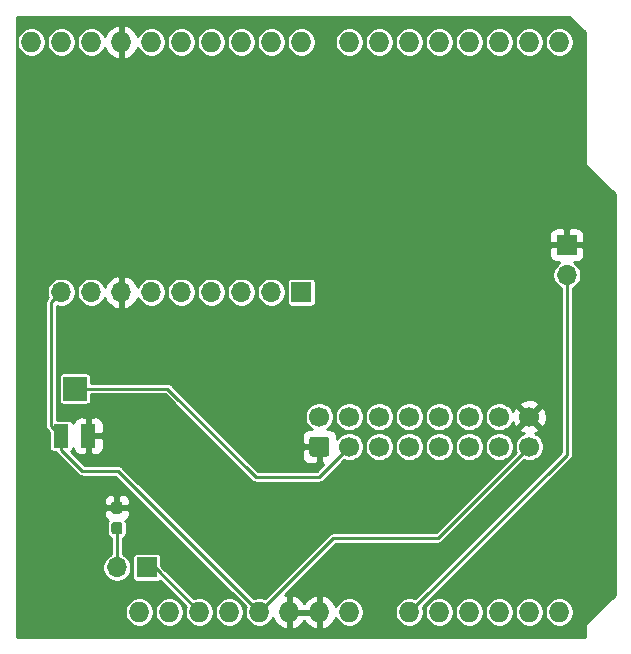
<source format=gbr>
G04 #@! TF.GenerationSoftware,KiCad,Pcbnew,(5.1.6)-1*
G04 #@! TF.CreationDate,2021-01-19T11:24:55+01:00*
G04 #@! TF.ProjectId,Thermolino 2A,54686572-6d6f-46c6-996e-6f2032412e6b,rev?*
G04 #@! TF.SameCoordinates,Original*
G04 #@! TF.FileFunction,Copper,L1,Top*
G04 #@! TF.FilePolarity,Positive*
%FSLAX46Y46*%
G04 Gerber Fmt 4.6, Leading zero omitted, Abs format (unit mm)*
G04 Created by KiCad (PCBNEW (5.1.6)-1) date 2021-01-19 11:24:55*
%MOMM*%
%LPD*%
G01*
G04 APERTURE LIST*
G04 #@! TA.AperFunction,ComponentPad*
%ADD10O,1.727200X1.727200*%
G04 #@! TD*
G04 #@! TA.AperFunction,ComponentPad*
%ADD11O,1.700000X1.700000*%
G04 #@! TD*
G04 #@! TA.AperFunction,ComponentPad*
%ADD12R,1.700000X1.700000*%
G04 #@! TD*
G04 #@! TA.AperFunction,SMDPad,CuDef*
%ADD13R,1.300000X2.000000*%
G04 #@! TD*
G04 #@! TA.AperFunction,SMDPad,CuDef*
%ADD14R,2.000000X2.000000*%
G04 #@! TD*
G04 #@! TA.AperFunction,ComponentPad*
%ADD15C,1.700000*%
G04 #@! TD*
G04 #@! TA.AperFunction,Conductor*
%ADD16C,0.250000*%
G04 #@! TD*
G04 APERTURE END LIST*
D10*
X215902000Y-111729500D03*
X213362000Y-111729500D03*
X210822000Y-111729500D03*
X208282000Y-111729500D03*
X205742000Y-111729500D03*
X180342000Y-111729500D03*
X186438000Y-63469500D03*
X183898000Y-63469500D03*
X181358000Y-63469500D03*
X176278000Y-63469500D03*
X173738000Y-63469500D03*
X171198000Y-63469500D03*
X188978000Y-63469500D03*
X191518000Y-63469500D03*
X194058000Y-63469500D03*
X178818000Y-63469500D03*
X198122000Y-63469500D03*
X200662000Y-63469500D03*
X203202000Y-63469500D03*
X205742000Y-63469500D03*
X208282000Y-63469500D03*
X210822000Y-63469500D03*
X213362000Y-63469500D03*
X215902000Y-63469500D03*
X182882000Y-111729500D03*
X185422000Y-111729500D03*
X187962000Y-111729500D03*
X190502000Y-111729500D03*
X193042000Y-111729500D03*
X195582000Y-111729500D03*
X198122000Y-111729500D03*
X203202000Y-111729500D03*
D11*
X216535000Y-83185000D03*
D12*
X216535000Y-80645000D03*
D13*
X176029000Y-96805500D03*
D14*
X174879000Y-92805500D03*
D13*
X173729000Y-96805500D03*
D11*
X178435000Y-107950000D03*
D12*
X180975000Y-107950000D03*
D11*
X173736000Y-84645500D03*
X176276000Y-84645500D03*
X178816000Y-84645500D03*
X181356000Y-84645500D03*
X183896000Y-84645500D03*
X186436000Y-84645500D03*
X188976000Y-84645500D03*
X191516000Y-84645500D03*
D12*
X194056000Y-84645500D03*
D15*
X213360000Y-95186500D03*
X210820000Y-95186500D03*
X208280000Y-95186500D03*
X205740000Y-95186500D03*
X203200000Y-95186500D03*
X200660000Y-95186500D03*
X198120000Y-95186500D03*
X195580000Y-95186500D03*
X213360000Y-97726500D03*
X210820000Y-97726500D03*
X208280000Y-97726500D03*
X205740000Y-97726500D03*
X203200000Y-97726500D03*
X200660000Y-97726500D03*
X198120000Y-97726500D03*
G04 #@! TA.AperFunction,ComponentPad*
G36*
G01*
X196180000Y-98576500D02*
X194980000Y-98576500D01*
G75*
G02*
X194730000Y-98326500I0J250000D01*
G01*
X194730000Y-97126500D01*
G75*
G02*
X194980000Y-96876500I250000J0D01*
G01*
X196180000Y-96876500D01*
G75*
G02*
X196430000Y-97126500I0J-250000D01*
G01*
X196430000Y-98326500D01*
G75*
G02*
X196180000Y-98576500I-250000J0D01*
G01*
G37*
G04 #@! TD.AperFunction*
G04 #@! TA.AperFunction,SMDPad,CuDef*
G36*
G01*
X178672500Y-103409000D02*
X178197500Y-103409000D01*
G75*
G02*
X177960000Y-103171500I0J237500D01*
G01*
X177960000Y-102596500D01*
G75*
G02*
X178197500Y-102359000I237500J0D01*
G01*
X178672500Y-102359000D01*
G75*
G02*
X178910000Y-102596500I0J-237500D01*
G01*
X178910000Y-103171500D01*
G75*
G02*
X178672500Y-103409000I-237500J0D01*
G01*
G37*
G04 #@! TD.AperFunction*
G04 #@! TA.AperFunction,SMDPad,CuDef*
G36*
G01*
X178672500Y-105159000D02*
X178197500Y-105159000D01*
G75*
G02*
X177960000Y-104921500I0J237500D01*
G01*
X177960000Y-104346500D01*
G75*
G02*
X178197500Y-104109000I237500J0D01*
G01*
X178672500Y-104109000D01*
G75*
G02*
X178910000Y-104346500I0J-237500D01*
G01*
X178910000Y-104921500D01*
G75*
G02*
X178672500Y-105159000I-237500J0D01*
G01*
G37*
G04 #@! TD.AperFunction*
D16*
X178435000Y-104634000D02*
X178435000Y-107950000D01*
X172886001Y-95962501D02*
X173729000Y-96805500D01*
X173736000Y-84645500D02*
X172886001Y-85495499D01*
X172886001Y-85495499D02*
X172886001Y-95962501D01*
X173729000Y-97973500D02*
X173729000Y-96805500D01*
X175514000Y-99758500D02*
X173729000Y-97973500D01*
X178531000Y-99758500D02*
X175514000Y-99758500D01*
X190502000Y-111729500D02*
X178531000Y-99758500D01*
X209486500Y-101600000D02*
X213360000Y-97726500D01*
X205627250Y-105459250D02*
X209486500Y-101600000D01*
X196772250Y-105459250D02*
X205627250Y-105459250D01*
X190502000Y-111729500D02*
X196772250Y-105459250D01*
X174879000Y-92805500D02*
X182721500Y-92805500D01*
X182721500Y-92805500D02*
X190182500Y-100266500D01*
X195580000Y-100266500D02*
X198120000Y-97726500D01*
X190182500Y-100266500D02*
X195580000Y-100266500D01*
X181642500Y-107950000D02*
X180975000Y-107950000D01*
X185422000Y-111729500D02*
X181642500Y-107950000D01*
X216535000Y-98396500D02*
X216535000Y-83185000D01*
X203202000Y-111729500D02*
X216535000Y-98396500D01*
G36*
X218040001Y-62649686D02*
G01*
X218040000Y-73386353D01*
X218040000Y-73640354D01*
X218038065Y-73660000D01*
X218040000Y-73679646D01*
X218045788Y-73738413D01*
X218068660Y-73813813D01*
X218105803Y-73883302D01*
X218155789Y-73944211D01*
X218171052Y-73956737D01*
X220580001Y-76365686D01*
X220580000Y-109620646D01*
X220580001Y-109620656D01*
X220580000Y-110260815D01*
X218171048Y-112669767D01*
X218155790Y-112682289D01*
X218143268Y-112697547D01*
X218143265Y-112697550D01*
X218105803Y-112743198D01*
X218068661Y-112812686D01*
X218045788Y-112888087D01*
X218038065Y-112966500D01*
X218040001Y-112986156D01*
X218040000Y-113836500D01*
X169945000Y-113836500D01*
X169945000Y-111607509D01*
X179103400Y-111607509D01*
X179103400Y-111851491D01*
X179150999Y-112090786D01*
X179244367Y-112316197D01*
X179379917Y-112519061D01*
X179552439Y-112691583D01*
X179755303Y-112827133D01*
X179980714Y-112920501D01*
X180220009Y-112968100D01*
X180463991Y-112968100D01*
X180703286Y-112920501D01*
X180928697Y-112827133D01*
X181131561Y-112691583D01*
X181304083Y-112519061D01*
X181439633Y-112316197D01*
X181533001Y-112090786D01*
X181580600Y-111851491D01*
X181580600Y-111607509D01*
X181643400Y-111607509D01*
X181643400Y-111851491D01*
X181690999Y-112090786D01*
X181784367Y-112316197D01*
X181919917Y-112519061D01*
X182092439Y-112691583D01*
X182295303Y-112827133D01*
X182520714Y-112920501D01*
X182760009Y-112968100D01*
X183003991Y-112968100D01*
X183243286Y-112920501D01*
X183468697Y-112827133D01*
X183671561Y-112691583D01*
X183844083Y-112519061D01*
X183979633Y-112316197D01*
X184073001Y-112090786D01*
X184120600Y-111851491D01*
X184120600Y-111607509D01*
X184073001Y-111368214D01*
X183979633Y-111142803D01*
X183844083Y-110939939D01*
X183671561Y-110767417D01*
X183468697Y-110631867D01*
X183243286Y-110538499D01*
X183003991Y-110490900D01*
X182760009Y-110490900D01*
X182520714Y-110538499D01*
X182295303Y-110631867D01*
X182092439Y-110767417D01*
X181919917Y-110939939D01*
X181784367Y-111142803D01*
X181690999Y-111368214D01*
X181643400Y-111607509D01*
X181580600Y-111607509D01*
X181533001Y-111368214D01*
X181439633Y-111142803D01*
X181304083Y-110939939D01*
X181131561Y-110767417D01*
X180928697Y-110631867D01*
X180703286Y-110538499D01*
X180463991Y-110490900D01*
X180220009Y-110490900D01*
X179980714Y-110538499D01*
X179755303Y-110631867D01*
X179552439Y-110767417D01*
X179379917Y-110939939D01*
X179244367Y-111142803D01*
X179150999Y-111368214D01*
X179103400Y-111607509D01*
X169945000Y-111607509D01*
X169945000Y-107829348D01*
X177210000Y-107829348D01*
X177210000Y-108070652D01*
X177257076Y-108307319D01*
X177349419Y-108530255D01*
X177483481Y-108730892D01*
X177654108Y-108901519D01*
X177854745Y-109035581D01*
X178077681Y-109127924D01*
X178314348Y-109175000D01*
X178555652Y-109175000D01*
X178792319Y-109127924D01*
X179015255Y-109035581D01*
X179215892Y-108901519D01*
X179386519Y-108730892D01*
X179520581Y-108530255D01*
X179612924Y-108307319D01*
X179660000Y-108070652D01*
X179660000Y-107829348D01*
X179612924Y-107592681D01*
X179520581Y-107369745D01*
X179386519Y-107169108D01*
X179317411Y-107100000D01*
X179748186Y-107100000D01*
X179748186Y-108800000D01*
X179755426Y-108873513D01*
X179776869Y-108944200D01*
X179811691Y-109009347D01*
X179858552Y-109066448D01*
X179915653Y-109113309D01*
X179980800Y-109148131D01*
X180051487Y-109169574D01*
X180125000Y-109176814D01*
X181825000Y-109176814D01*
X181898513Y-109169574D01*
X181969200Y-109148131D01*
X182034347Y-109113309D01*
X182069695Y-109084300D01*
X184266910Y-111281516D01*
X184230999Y-111368214D01*
X184183400Y-111607509D01*
X184183400Y-111851491D01*
X184230999Y-112090786D01*
X184324367Y-112316197D01*
X184459917Y-112519061D01*
X184632439Y-112691583D01*
X184835303Y-112827133D01*
X185060714Y-112920501D01*
X185300009Y-112968100D01*
X185543991Y-112968100D01*
X185783286Y-112920501D01*
X186008697Y-112827133D01*
X186211561Y-112691583D01*
X186384083Y-112519061D01*
X186519633Y-112316197D01*
X186613001Y-112090786D01*
X186660600Y-111851491D01*
X186660600Y-111607509D01*
X186723400Y-111607509D01*
X186723400Y-111851491D01*
X186770999Y-112090786D01*
X186864367Y-112316197D01*
X186999917Y-112519061D01*
X187172439Y-112691583D01*
X187375303Y-112827133D01*
X187600714Y-112920501D01*
X187840009Y-112968100D01*
X188083991Y-112968100D01*
X188323286Y-112920501D01*
X188548697Y-112827133D01*
X188751561Y-112691583D01*
X188924083Y-112519061D01*
X189059633Y-112316197D01*
X189153001Y-112090786D01*
X189200600Y-111851491D01*
X189200600Y-111607509D01*
X189153001Y-111368214D01*
X189059633Y-111142803D01*
X188924083Y-110939939D01*
X188751561Y-110767417D01*
X188548697Y-110631867D01*
X188323286Y-110538499D01*
X188083991Y-110490900D01*
X187840009Y-110490900D01*
X187600714Y-110538499D01*
X187375303Y-110631867D01*
X187172439Y-110767417D01*
X186999917Y-110939939D01*
X186864367Y-111142803D01*
X186770999Y-111368214D01*
X186723400Y-111607509D01*
X186660600Y-111607509D01*
X186613001Y-111368214D01*
X186519633Y-111142803D01*
X186384083Y-110939939D01*
X186211561Y-110767417D01*
X186008697Y-110631867D01*
X185783286Y-110538499D01*
X185543991Y-110490900D01*
X185300009Y-110490900D01*
X185060714Y-110538499D01*
X184974016Y-110574410D01*
X182201814Y-107802209D01*
X182201814Y-107100000D01*
X182194574Y-107026487D01*
X182173131Y-106955800D01*
X182138309Y-106890653D01*
X182091448Y-106833552D01*
X182034347Y-106786691D01*
X181969200Y-106751869D01*
X181898513Y-106730426D01*
X181825000Y-106723186D01*
X180125000Y-106723186D01*
X180051487Y-106730426D01*
X179980800Y-106751869D01*
X179915653Y-106786691D01*
X179858552Y-106833552D01*
X179811691Y-106890653D01*
X179776869Y-106955800D01*
X179755426Y-107026487D01*
X179748186Y-107100000D01*
X179317411Y-107100000D01*
X179215892Y-106998481D01*
X179015255Y-106864419D01*
X178935000Y-106831176D01*
X178935000Y-105474400D01*
X179013795Y-105432283D01*
X179106886Y-105355886D01*
X179183283Y-105262795D01*
X179240052Y-105156588D01*
X179275010Y-105041347D01*
X179286814Y-104921500D01*
X179286814Y-104346500D01*
X179275010Y-104226653D01*
X179240052Y-104111412D01*
X179183283Y-104005205D01*
X179169292Y-103988157D01*
X179263378Y-103937867D01*
X179359764Y-103858764D01*
X179438867Y-103762378D01*
X179497646Y-103652411D01*
X179533841Y-103533090D01*
X179546063Y-103409000D01*
X179543000Y-103171250D01*
X179384750Y-103013000D01*
X178564000Y-103013000D01*
X178564000Y-103033000D01*
X178306000Y-103033000D01*
X178306000Y-103013000D01*
X177485250Y-103013000D01*
X177327000Y-103171250D01*
X177323937Y-103409000D01*
X177336159Y-103533090D01*
X177372354Y-103652411D01*
X177431133Y-103762378D01*
X177510236Y-103858764D01*
X177606622Y-103937867D01*
X177700708Y-103988157D01*
X177686717Y-104005205D01*
X177629948Y-104111412D01*
X177594990Y-104226653D01*
X177583186Y-104346500D01*
X177583186Y-104921500D01*
X177594990Y-105041347D01*
X177629948Y-105156588D01*
X177686717Y-105262795D01*
X177763114Y-105355886D01*
X177856205Y-105432283D01*
X177935000Y-105474400D01*
X177935001Y-106831176D01*
X177854745Y-106864419D01*
X177654108Y-106998481D01*
X177483481Y-107169108D01*
X177349419Y-107369745D01*
X177257076Y-107592681D01*
X177210000Y-107829348D01*
X169945000Y-107829348D01*
X169945000Y-102359000D01*
X177323937Y-102359000D01*
X177327000Y-102596750D01*
X177485250Y-102755000D01*
X178306000Y-102755000D01*
X178306000Y-101884250D01*
X178564000Y-101884250D01*
X178564000Y-102755000D01*
X179384750Y-102755000D01*
X179543000Y-102596750D01*
X179546063Y-102359000D01*
X179533841Y-102234910D01*
X179497646Y-102115589D01*
X179438867Y-102005622D01*
X179359764Y-101909236D01*
X179263378Y-101830133D01*
X179153411Y-101771354D01*
X179034090Y-101735159D01*
X178910000Y-101722937D01*
X178722250Y-101726000D01*
X178564000Y-101884250D01*
X178306000Y-101884250D01*
X178147750Y-101726000D01*
X177960000Y-101722937D01*
X177835910Y-101735159D01*
X177716589Y-101771354D01*
X177606622Y-101830133D01*
X177510236Y-101909236D01*
X177431133Y-102005622D01*
X177372354Y-102115589D01*
X177336159Y-102234910D01*
X177323937Y-102359000D01*
X169945000Y-102359000D01*
X169945000Y-85495499D01*
X172383582Y-85495499D01*
X172386001Y-85520059D01*
X172386002Y-95937931D01*
X172383582Y-95962501D01*
X172393236Y-96060518D01*
X172416746Y-96138019D01*
X172421827Y-96154768D01*
X172468256Y-96241630D01*
X172530738Y-96317765D01*
X172549820Y-96333425D01*
X172702186Y-96485791D01*
X172702186Y-97805500D01*
X172709426Y-97879013D01*
X172730869Y-97949700D01*
X172765691Y-98014847D01*
X172812552Y-98071948D01*
X172869653Y-98118809D01*
X172934800Y-98153631D01*
X173005487Y-98175074D01*
X173079000Y-98182314D01*
X173273670Y-98182314D01*
X173311254Y-98252629D01*
X173373736Y-98328764D01*
X173392824Y-98344429D01*
X175143075Y-100094681D01*
X175158736Y-100113764D01*
X175234871Y-100176246D01*
X175321733Y-100222675D01*
X175415983Y-100251265D01*
X175489440Y-100258500D01*
X175489441Y-100258500D01*
X175513999Y-100260919D01*
X175538557Y-100258500D01*
X178323895Y-100258500D01*
X189346910Y-111281517D01*
X189310999Y-111368214D01*
X189263400Y-111607509D01*
X189263400Y-111851491D01*
X189310999Y-112090786D01*
X189404367Y-112316197D01*
X189539917Y-112519061D01*
X189712439Y-112691583D01*
X189915303Y-112827133D01*
X190140714Y-112920501D01*
X190380009Y-112968100D01*
X190623991Y-112968100D01*
X190863286Y-112920501D01*
X191088697Y-112827133D01*
X191291561Y-112691583D01*
X191464083Y-112519061D01*
X191599633Y-112316197D01*
X191633366Y-112234759D01*
X191633920Y-112236586D01*
X191759903Y-112501545D01*
X191935157Y-112736835D01*
X192152946Y-112933414D01*
X192404901Y-113083727D01*
X192681339Y-113181998D01*
X192913000Y-113062285D01*
X192913000Y-111858500D01*
X193171000Y-111858500D01*
X193171000Y-113062285D01*
X193402661Y-113181998D01*
X193679099Y-113083727D01*
X193931054Y-112933414D01*
X194148843Y-112736835D01*
X194312000Y-112517786D01*
X194475157Y-112736835D01*
X194692946Y-112933414D01*
X194944901Y-113083727D01*
X195221339Y-113181998D01*
X195453000Y-113062285D01*
X195453000Y-111858500D01*
X193171000Y-111858500D01*
X192913000Y-111858500D01*
X192893000Y-111858500D01*
X192893000Y-111600500D01*
X192913000Y-111600500D01*
X192913000Y-110396715D01*
X193171000Y-110396715D01*
X193171000Y-111600500D01*
X195453000Y-111600500D01*
X195453000Y-110396715D01*
X195711000Y-110396715D01*
X195711000Y-111600500D01*
X195731000Y-111600500D01*
X195731000Y-111858500D01*
X195711000Y-111858500D01*
X195711000Y-113062285D01*
X195942661Y-113181998D01*
X196219099Y-113083727D01*
X196471054Y-112933414D01*
X196688843Y-112736835D01*
X196864097Y-112501545D01*
X196990080Y-112236586D01*
X196990634Y-112234759D01*
X197024367Y-112316197D01*
X197159917Y-112519061D01*
X197332439Y-112691583D01*
X197535303Y-112827133D01*
X197760714Y-112920501D01*
X198000009Y-112968100D01*
X198243991Y-112968100D01*
X198483286Y-112920501D01*
X198708697Y-112827133D01*
X198911561Y-112691583D01*
X199084083Y-112519061D01*
X199219633Y-112316197D01*
X199313001Y-112090786D01*
X199360600Y-111851491D01*
X199360600Y-111607509D01*
X201963400Y-111607509D01*
X201963400Y-111851491D01*
X202010999Y-112090786D01*
X202104367Y-112316197D01*
X202239917Y-112519061D01*
X202412439Y-112691583D01*
X202615303Y-112827133D01*
X202840714Y-112920501D01*
X203080009Y-112968100D01*
X203323991Y-112968100D01*
X203563286Y-112920501D01*
X203788697Y-112827133D01*
X203991561Y-112691583D01*
X204164083Y-112519061D01*
X204299633Y-112316197D01*
X204393001Y-112090786D01*
X204440600Y-111851491D01*
X204440600Y-111607509D01*
X204503400Y-111607509D01*
X204503400Y-111851491D01*
X204550999Y-112090786D01*
X204644367Y-112316197D01*
X204779917Y-112519061D01*
X204952439Y-112691583D01*
X205155303Y-112827133D01*
X205380714Y-112920501D01*
X205620009Y-112968100D01*
X205863991Y-112968100D01*
X206103286Y-112920501D01*
X206328697Y-112827133D01*
X206531561Y-112691583D01*
X206704083Y-112519061D01*
X206839633Y-112316197D01*
X206933001Y-112090786D01*
X206980600Y-111851491D01*
X206980600Y-111607509D01*
X207043400Y-111607509D01*
X207043400Y-111851491D01*
X207090999Y-112090786D01*
X207184367Y-112316197D01*
X207319917Y-112519061D01*
X207492439Y-112691583D01*
X207695303Y-112827133D01*
X207920714Y-112920501D01*
X208160009Y-112968100D01*
X208403991Y-112968100D01*
X208643286Y-112920501D01*
X208868697Y-112827133D01*
X209071561Y-112691583D01*
X209244083Y-112519061D01*
X209379633Y-112316197D01*
X209473001Y-112090786D01*
X209520600Y-111851491D01*
X209520600Y-111607509D01*
X209583400Y-111607509D01*
X209583400Y-111851491D01*
X209630999Y-112090786D01*
X209724367Y-112316197D01*
X209859917Y-112519061D01*
X210032439Y-112691583D01*
X210235303Y-112827133D01*
X210460714Y-112920501D01*
X210700009Y-112968100D01*
X210943991Y-112968100D01*
X211183286Y-112920501D01*
X211408697Y-112827133D01*
X211611561Y-112691583D01*
X211784083Y-112519061D01*
X211919633Y-112316197D01*
X212013001Y-112090786D01*
X212060600Y-111851491D01*
X212060600Y-111607509D01*
X212123400Y-111607509D01*
X212123400Y-111851491D01*
X212170999Y-112090786D01*
X212264367Y-112316197D01*
X212399917Y-112519061D01*
X212572439Y-112691583D01*
X212775303Y-112827133D01*
X213000714Y-112920501D01*
X213240009Y-112968100D01*
X213483991Y-112968100D01*
X213723286Y-112920501D01*
X213948697Y-112827133D01*
X214151561Y-112691583D01*
X214324083Y-112519061D01*
X214459633Y-112316197D01*
X214553001Y-112090786D01*
X214600600Y-111851491D01*
X214600600Y-111607509D01*
X214663400Y-111607509D01*
X214663400Y-111851491D01*
X214710999Y-112090786D01*
X214804367Y-112316197D01*
X214939917Y-112519061D01*
X215112439Y-112691583D01*
X215315303Y-112827133D01*
X215540714Y-112920501D01*
X215780009Y-112968100D01*
X216023991Y-112968100D01*
X216263286Y-112920501D01*
X216488697Y-112827133D01*
X216691561Y-112691583D01*
X216864083Y-112519061D01*
X216999633Y-112316197D01*
X217093001Y-112090786D01*
X217140600Y-111851491D01*
X217140600Y-111607509D01*
X217093001Y-111368214D01*
X216999633Y-111142803D01*
X216864083Y-110939939D01*
X216691561Y-110767417D01*
X216488697Y-110631867D01*
X216263286Y-110538499D01*
X216023991Y-110490900D01*
X215780009Y-110490900D01*
X215540714Y-110538499D01*
X215315303Y-110631867D01*
X215112439Y-110767417D01*
X214939917Y-110939939D01*
X214804367Y-111142803D01*
X214710999Y-111368214D01*
X214663400Y-111607509D01*
X214600600Y-111607509D01*
X214553001Y-111368214D01*
X214459633Y-111142803D01*
X214324083Y-110939939D01*
X214151561Y-110767417D01*
X213948697Y-110631867D01*
X213723286Y-110538499D01*
X213483991Y-110490900D01*
X213240009Y-110490900D01*
X213000714Y-110538499D01*
X212775303Y-110631867D01*
X212572439Y-110767417D01*
X212399917Y-110939939D01*
X212264367Y-111142803D01*
X212170999Y-111368214D01*
X212123400Y-111607509D01*
X212060600Y-111607509D01*
X212013001Y-111368214D01*
X211919633Y-111142803D01*
X211784083Y-110939939D01*
X211611561Y-110767417D01*
X211408697Y-110631867D01*
X211183286Y-110538499D01*
X210943991Y-110490900D01*
X210700009Y-110490900D01*
X210460714Y-110538499D01*
X210235303Y-110631867D01*
X210032439Y-110767417D01*
X209859917Y-110939939D01*
X209724367Y-111142803D01*
X209630999Y-111368214D01*
X209583400Y-111607509D01*
X209520600Y-111607509D01*
X209473001Y-111368214D01*
X209379633Y-111142803D01*
X209244083Y-110939939D01*
X209071561Y-110767417D01*
X208868697Y-110631867D01*
X208643286Y-110538499D01*
X208403991Y-110490900D01*
X208160009Y-110490900D01*
X207920714Y-110538499D01*
X207695303Y-110631867D01*
X207492439Y-110767417D01*
X207319917Y-110939939D01*
X207184367Y-111142803D01*
X207090999Y-111368214D01*
X207043400Y-111607509D01*
X206980600Y-111607509D01*
X206933001Y-111368214D01*
X206839633Y-111142803D01*
X206704083Y-110939939D01*
X206531561Y-110767417D01*
X206328697Y-110631867D01*
X206103286Y-110538499D01*
X205863991Y-110490900D01*
X205620009Y-110490900D01*
X205380714Y-110538499D01*
X205155303Y-110631867D01*
X204952439Y-110767417D01*
X204779917Y-110939939D01*
X204644367Y-111142803D01*
X204550999Y-111368214D01*
X204503400Y-111607509D01*
X204440600Y-111607509D01*
X204393001Y-111368214D01*
X204357089Y-111281516D01*
X216871187Y-98767420D01*
X216890264Y-98751764D01*
X216952746Y-98675629D01*
X216999175Y-98588767D01*
X217027765Y-98494517D01*
X217035000Y-98421060D01*
X217035000Y-98421051D01*
X217037418Y-98396501D01*
X217035000Y-98371951D01*
X217035000Y-84303824D01*
X217115255Y-84270581D01*
X217315892Y-84136519D01*
X217486519Y-83965892D01*
X217620581Y-83765255D01*
X217712924Y-83542319D01*
X217760000Y-83305652D01*
X217760000Y-83064348D01*
X217712924Y-82827681D01*
X217620581Y-82604745D01*
X217486519Y-82404108D01*
X217315892Y-82233481D01*
X217160787Y-82129843D01*
X217385000Y-82131063D01*
X217509090Y-82118841D01*
X217628411Y-82082646D01*
X217738378Y-82023867D01*
X217834764Y-81944764D01*
X217913867Y-81848378D01*
X217972646Y-81738411D01*
X218008841Y-81619090D01*
X218021063Y-81495000D01*
X218018000Y-80932250D01*
X217859750Y-80774000D01*
X216664000Y-80774000D01*
X216664000Y-80794000D01*
X216406000Y-80794000D01*
X216406000Y-80774000D01*
X215210250Y-80774000D01*
X215052000Y-80932250D01*
X215048937Y-81495000D01*
X215061159Y-81619090D01*
X215097354Y-81738411D01*
X215156133Y-81848378D01*
X215235236Y-81944764D01*
X215331622Y-82023867D01*
X215441589Y-82082646D01*
X215560910Y-82118841D01*
X215685000Y-82131063D01*
X215909213Y-82129843D01*
X215754108Y-82233481D01*
X215583481Y-82404108D01*
X215449419Y-82604745D01*
X215357076Y-82827681D01*
X215310000Y-83064348D01*
X215310000Y-83305652D01*
X215357076Y-83542319D01*
X215449419Y-83765255D01*
X215583481Y-83965892D01*
X215754108Y-84136519D01*
X215954745Y-84270581D01*
X216035001Y-84303824D01*
X216035000Y-98189393D01*
X203649984Y-110574411D01*
X203563286Y-110538499D01*
X203323991Y-110490900D01*
X203080009Y-110490900D01*
X202840714Y-110538499D01*
X202615303Y-110631867D01*
X202412439Y-110767417D01*
X202239917Y-110939939D01*
X202104367Y-111142803D01*
X202010999Y-111368214D01*
X201963400Y-111607509D01*
X199360600Y-111607509D01*
X199313001Y-111368214D01*
X199219633Y-111142803D01*
X199084083Y-110939939D01*
X198911561Y-110767417D01*
X198708697Y-110631867D01*
X198483286Y-110538499D01*
X198243991Y-110490900D01*
X198000009Y-110490900D01*
X197760714Y-110538499D01*
X197535303Y-110631867D01*
X197332439Y-110767417D01*
X197159917Y-110939939D01*
X197024367Y-111142803D01*
X196990634Y-111224241D01*
X196990080Y-111222414D01*
X196864097Y-110957455D01*
X196688843Y-110722165D01*
X196471054Y-110525586D01*
X196219099Y-110375273D01*
X195942661Y-110277002D01*
X195711000Y-110396715D01*
X195453000Y-110396715D01*
X195221339Y-110277002D01*
X194944901Y-110375273D01*
X194692946Y-110525586D01*
X194475157Y-110722165D01*
X194312000Y-110941214D01*
X194148843Y-110722165D01*
X193931054Y-110525586D01*
X193679099Y-110375273D01*
X193402661Y-110277002D01*
X193171000Y-110396715D01*
X192913000Y-110396715D01*
X192681339Y-110277002D01*
X192650718Y-110287887D01*
X196979357Y-105959250D01*
X205602690Y-105959250D01*
X205627250Y-105961669D01*
X205651810Y-105959250D01*
X205725267Y-105952015D01*
X205819517Y-105923425D01*
X205906379Y-105876996D01*
X205982514Y-105814514D01*
X205998179Y-105795426D01*
X209857420Y-101936187D01*
X209857429Y-101936176D01*
X212922425Y-98871181D01*
X213002681Y-98904424D01*
X213239348Y-98951500D01*
X213480652Y-98951500D01*
X213717319Y-98904424D01*
X213940255Y-98812081D01*
X214140892Y-98678019D01*
X214311519Y-98507392D01*
X214445581Y-98306755D01*
X214537924Y-98083819D01*
X214585000Y-97847152D01*
X214585000Y-97605848D01*
X214537924Y-97369181D01*
X214445581Y-97146245D01*
X214311519Y-96945608D01*
X214140892Y-96774981D01*
X213940255Y-96640919D01*
X213827534Y-96594228D01*
X213994865Y-96534673D01*
X214128252Y-96463376D01*
X214206169Y-96215103D01*
X213360000Y-95368934D01*
X212513831Y-96215103D01*
X212591748Y-96463376D01*
X212855616Y-96588720D01*
X212886783Y-96596583D01*
X212779745Y-96640919D01*
X212579108Y-96774981D01*
X212408481Y-96945608D01*
X212274419Y-97146245D01*
X212182076Y-97369181D01*
X212135000Y-97605848D01*
X212135000Y-97847152D01*
X212182076Y-98083819D01*
X212215319Y-98164075D01*
X209150324Y-101229071D01*
X209150313Y-101229080D01*
X205420145Y-104959250D01*
X196796810Y-104959250D01*
X196772250Y-104956831D01*
X196747690Y-104959250D01*
X196674233Y-104966485D01*
X196579983Y-104995075D01*
X196493121Y-105041504D01*
X196416986Y-105103986D01*
X196401330Y-105123063D01*
X190949984Y-110574410D01*
X190863286Y-110538499D01*
X190623991Y-110490900D01*
X190380009Y-110490900D01*
X190140714Y-110538499D01*
X190054017Y-110574410D01*
X178901929Y-99422324D01*
X178886264Y-99403236D01*
X178810129Y-99340754D01*
X178723267Y-99294325D01*
X178629017Y-99265735D01*
X178555560Y-99258500D01*
X178531000Y-99256081D01*
X178506440Y-99258500D01*
X175721106Y-99258500D01*
X174583829Y-98121224D01*
X174588347Y-98118809D01*
X174645448Y-98071948D01*
X174692309Y-98014847D01*
X174727131Y-97949700D01*
X174748574Y-97879013D01*
X174749376Y-97870872D01*
X174755159Y-97929590D01*
X174791354Y-98048911D01*
X174850133Y-98158878D01*
X174929236Y-98255264D01*
X175025622Y-98334367D01*
X175135589Y-98393146D01*
X175254910Y-98429341D01*
X175379000Y-98441563D01*
X175741750Y-98438500D01*
X175900000Y-98280250D01*
X175900000Y-96934500D01*
X176158000Y-96934500D01*
X176158000Y-98280250D01*
X176316250Y-98438500D01*
X176679000Y-98441563D01*
X176803090Y-98429341D01*
X176922411Y-98393146D01*
X177032378Y-98334367D01*
X177128764Y-98255264D01*
X177207867Y-98158878D01*
X177266646Y-98048911D01*
X177302841Y-97929590D01*
X177315063Y-97805500D01*
X177312000Y-97092750D01*
X177153750Y-96934500D01*
X176158000Y-96934500D01*
X175900000Y-96934500D01*
X175880000Y-96934500D01*
X175880000Y-96676500D01*
X175900000Y-96676500D01*
X175900000Y-95330750D01*
X176158000Y-95330750D01*
X176158000Y-96676500D01*
X177153750Y-96676500D01*
X177312000Y-96518250D01*
X177315063Y-95805500D01*
X177302841Y-95681410D01*
X177266646Y-95562089D01*
X177207867Y-95452122D01*
X177128764Y-95355736D01*
X177032378Y-95276633D01*
X176922411Y-95217854D01*
X176803090Y-95181659D01*
X176679000Y-95169437D01*
X176316250Y-95172500D01*
X176158000Y-95330750D01*
X175900000Y-95330750D01*
X175741750Y-95172500D01*
X175379000Y-95169437D01*
X175254910Y-95181659D01*
X175135589Y-95217854D01*
X175025622Y-95276633D01*
X174929236Y-95355736D01*
X174850133Y-95452122D01*
X174791354Y-95562089D01*
X174755159Y-95681410D01*
X174749376Y-95740128D01*
X174748574Y-95731987D01*
X174727131Y-95661300D01*
X174692309Y-95596153D01*
X174645448Y-95539052D01*
X174588347Y-95492191D01*
X174523200Y-95457369D01*
X174452513Y-95435926D01*
X174379000Y-95428686D01*
X173386001Y-95428686D01*
X173386001Y-91805500D01*
X173502186Y-91805500D01*
X173502186Y-93805500D01*
X173509426Y-93879013D01*
X173530869Y-93949700D01*
X173565691Y-94014847D01*
X173612552Y-94071948D01*
X173669653Y-94118809D01*
X173734800Y-94153631D01*
X173805487Y-94175074D01*
X173879000Y-94182314D01*
X175879000Y-94182314D01*
X175952513Y-94175074D01*
X176023200Y-94153631D01*
X176088347Y-94118809D01*
X176145448Y-94071948D01*
X176192309Y-94014847D01*
X176227131Y-93949700D01*
X176248574Y-93879013D01*
X176255814Y-93805500D01*
X176255814Y-93305500D01*
X182514395Y-93305500D01*
X189811580Y-100602687D01*
X189827236Y-100621764D01*
X189903371Y-100684246D01*
X189990233Y-100730675D01*
X190084483Y-100759265D01*
X190157940Y-100766500D01*
X190157949Y-100766500D01*
X190182499Y-100768918D01*
X190207049Y-100766500D01*
X195555440Y-100766500D01*
X195580000Y-100768919D01*
X195604560Y-100766500D01*
X195678017Y-100759265D01*
X195772267Y-100730675D01*
X195859129Y-100684246D01*
X195935264Y-100621764D01*
X195950929Y-100602676D01*
X197682425Y-98871181D01*
X197762681Y-98904424D01*
X197999348Y-98951500D01*
X198240652Y-98951500D01*
X198477319Y-98904424D01*
X198700255Y-98812081D01*
X198900892Y-98678019D01*
X199071519Y-98507392D01*
X199205581Y-98306755D01*
X199297924Y-98083819D01*
X199345000Y-97847152D01*
X199345000Y-97605848D01*
X199435000Y-97605848D01*
X199435000Y-97847152D01*
X199482076Y-98083819D01*
X199574419Y-98306755D01*
X199708481Y-98507392D01*
X199879108Y-98678019D01*
X200079745Y-98812081D01*
X200302681Y-98904424D01*
X200539348Y-98951500D01*
X200780652Y-98951500D01*
X201017319Y-98904424D01*
X201240255Y-98812081D01*
X201440892Y-98678019D01*
X201611519Y-98507392D01*
X201745581Y-98306755D01*
X201837924Y-98083819D01*
X201885000Y-97847152D01*
X201885000Y-97605848D01*
X201975000Y-97605848D01*
X201975000Y-97847152D01*
X202022076Y-98083819D01*
X202114419Y-98306755D01*
X202248481Y-98507392D01*
X202419108Y-98678019D01*
X202619745Y-98812081D01*
X202842681Y-98904424D01*
X203079348Y-98951500D01*
X203320652Y-98951500D01*
X203557319Y-98904424D01*
X203780255Y-98812081D01*
X203980892Y-98678019D01*
X204151519Y-98507392D01*
X204285581Y-98306755D01*
X204377924Y-98083819D01*
X204425000Y-97847152D01*
X204425000Y-97605848D01*
X204515000Y-97605848D01*
X204515000Y-97847152D01*
X204562076Y-98083819D01*
X204654419Y-98306755D01*
X204788481Y-98507392D01*
X204959108Y-98678019D01*
X205159745Y-98812081D01*
X205382681Y-98904424D01*
X205619348Y-98951500D01*
X205860652Y-98951500D01*
X206097319Y-98904424D01*
X206320255Y-98812081D01*
X206520892Y-98678019D01*
X206691519Y-98507392D01*
X206825581Y-98306755D01*
X206917924Y-98083819D01*
X206965000Y-97847152D01*
X206965000Y-97605848D01*
X207055000Y-97605848D01*
X207055000Y-97847152D01*
X207102076Y-98083819D01*
X207194419Y-98306755D01*
X207328481Y-98507392D01*
X207499108Y-98678019D01*
X207699745Y-98812081D01*
X207922681Y-98904424D01*
X208159348Y-98951500D01*
X208400652Y-98951500D01*
X208637319Y-98904424D01*
X208860255Y-98812081D01*
X209060892Y-98678019D01*
X209231519Y-98507392D01*
X209365581Y-98306755D01*
X209457924Y-98083819D01*
X209505000Y-97847152D01*
X209505000Y-97605848D01*
X209595000Y-97605848D01*
X209595000Y-97847152D01*
X209642076Y-98083819D01*
X209734419Y-98306755D01*
X209868481Y-98507392D01*
X210039108Y-98678019D01*
X210239745Y-98812081D01*
X210462681Y-98904424D01*
X210699348Y-98951500D01*
X210940652Y-98951500D01*
X211177319Y-98904424D01*
X211400255Y-98812081D01*
X211600892Y-98678019D01*
X211771519Y-98507392D01*
X211905581Y-98306755D01*
X211997924Y-98083819D01*
X212045000Y-97847152D01*
X212045000Y-97605848D01*
X211997924Y-97369181D01*
X211905581Y-97146245D01*
X211771519Y-96945608D01*
X211600892Y-96774981D01*
X211400255Y-96640919D01*
X211177319Y-96548576D01*
X210940652Y-96501500D01*
X210699348Y-96501500D01*
X210462681Y-96548576D01*
X210239745Y-96640919D01*
X210039108Y-96774981D01*
X209868481Y-96945608D01*
X209734419Y-97146245D01*
X209642076Y-97369181D01*
X209595000Y-97605848D01*
X209505000Y-97605848D01*
X209457924Y-97369181D01*
X209365581Y-97146245D01*
X209231519Y-96945608D01*
X209060892Y-96774981D01*
X208860255Y-96640919D01*
X208637319Y-96548576D01*
X208400652Y-96501500D01*
X208159348Y-96501500D01*
X207922681Y-96548576D01*
X207699745Y-96640919D01*
X207499108Y-96774981D01*
X207328481Y-96945608D01*
X207194419Y-97146245D01*
X207102076Y-97369181D01*
X207055000Y-97605848D01*
X206965000Y-97605848D01*
X206917924Y-97369181D01*
X206825581Y-97146245D01*
X206691519Y-96945608D01*
X206520892Y-96774981D01*
X206320255Y-96640919D01*
X206097319Y-96548576D01*
X205860652Y-96501500D01*
X205619348Y-96501500D01*
X205382681Y-96548576D01*
X205159745Y-96640919D01*
X204959108Y-96774981D01*
X204788481Y-96945608D01*
X204654419Y-97146245D01*
X204562076Y-97369181D01*
X204515000Y-97605848D01*
X204425000Y-97605848D01*
X204377924Y-97369181D01*
X204285581Y-97146245D01*
X204151519Y-96945608D01*
X203980892Y-96774981D01*
X203780255Y-96640919D01*
X203557319Y-96548576D01*
X203320652Y-96501500D01*
X203079348Y-96501500D01*
X202842681Y-96548576D01*
X202619745Y-96640919D01*
X202419108Y-96774981D01*
X202248481Y-96945608D01*
X202114419Y-97146245D01*
X202022076Y-97369181D01*
X201975000Y-97605848D01*
X201885000Y-97605848D01*
X201837924Y-97369181D01*
X201745581Y-97146245D01*
X201611519Y-96945608D01*
X201440892Y-96774981D01*
X201240255Y-96640919D01*
X201017319Y-96548576D01*
X200780652Y-96501500D01*
X200539348Y-96501500D01*
X200302681Y-96548576D01*
X200079745Y-96640919D01*
X199879108Y-96774981D01*
X199708481Y-96945608D01*
X199574419Y-97146245D01*
X199482076Y-97369181D01*
X199435000Y-97605848D01*
X199345000Y-97605848D01*
X199297924Y-97369181D01*
X199205581Y-97146245D01*
X199071519Y-96945608D01*
X198900892Y-96774981D01*
X198700255Y-96640919D01*
X198477319Y-96548576D01*
X198240652Y-96501500D01*
X197999348Y-96501500D01*
X197762681Y-96548576D01*
X197539745Y-96640919D01*
X197339108Y-96774981D01*
X197168481Y-96945608D01*
X197064843Y-97100713D01*
X197066063Y-96876500D01*
X197053841Y-96752410D01*
X197017646Y-96633089D01*
X196958867Y-96523122D01*
X196879764Y-96426736D01*
X196783378Y-96347633D01*
X196673411Y-96288854D01*
X196554090Y-96252659D01*
X196430000Y-96240437D01*
X196205787Y-96241657D01*
X196360892Y-96138019D01*
X196531519Y-95967392D01*
X196665581Y-95766755D01*
X196757924Y-95543819D01*
X196805000Y-95307152D01*
X196805000Y-95065848D01*
X196895000Y-95065848D01*
X196895000Y-95307152D01*
X196942076Y-95543819D01*
X197034419Y-95766755D01*
X197168481Y-95967392D01*
X197339108Y-96138019D01*
X197539745Y-96272081D01*
X197762681Y-96364424D01*
X197999348Y-96411500D01*
X198240652Y-96411500D01*
X198477319Y-96364424D01*
X198700255Y-96272081D01*
X198900892Y-96138019D01*
X199071519Y-95967392D01*
X199205581Y-95766755D01*
X199297924Y-95543819D01*
X199345000Y-95307152D01*
X199345000Y-95065848D01*
X199435000Y-95065848D01*
X199435000Y-95307152D01*
X199482076Y-95543819D01*
X199574419Y-95766755D01*
X199708481Y-95967392D01*
X199879108Y-96138019D01*
X200079745Y-96272081D01*
X200302681Y-96364424D01*
X200539348Y-96411500D01*
X200780652Y-96411500D01*
X201017319Y-96364424D01*
X201240255Y-96272081D01*
X201440892Y-96138019D01*
X201611519Y-95967392D01*
X201745581Y-95766755D01*
X201837924Y-95543819D01*
X201885000Y-95307152D01*
X201885000Y-95065848D01*
X201975000Y-95065848D01*
X201975000Y-95307152D01*
X202022076Y-95543819D01*
X202114419Y-95766755D01*
X202248481Y-95967392D01*
X202419108Y-96138019D01*
X202619745Y-96272081D01*
X202842681Y-96364424D01*
X203079348Y-96411500D01*
X203320652Y-96411500D01*
X203557319Y-96364424D01*
X203780255Y-96272081D01*
X203980892Y-96138019D01*
X204151519Y-95967392D01*
X204285581Y-95766755D01*
X204377924Y-95543819D01*
X204425000Y-95307152D01*
X204425000Y-95065848D01*
X204515000Y-95065848D01*
X204515000Y-95307152D01*
X204562076Y-95543819D01*
X204654419Y-95766755D01*
X204788481Y-95967392D01*
X204959108Y-96138019D01*
X205159745Y-96272081D01*
X205382681Y-96364424D01*
X205619348Y-96411500D01*
X205860652Y-96411500D01*
X206097319Y-96364424D01*
X206320255Y-96272081D01*
X206520892Y-96138019D01*
X206691519Y-95967392D01*
X206825581Y-95766755D01*
X206917924Y-95543819D01*
X206965000Y-95307152D01*
X206965000Y-95065848D01*
X207055000Y-95065848D01*
X207055000Y-95307152D01*
X207102076Y-95543819D01*
X207194419Y-95766755D01*
X207328481Y-95967392D01*
X207499108Y-96138019D01*
X207699745Y-96272081D01*
X207922681Y-96364424D01*
X208159348Y-96411500D01*
X208400652Y-96411500D01*
X208637319Y-96364424D01*
X208860255Y-96272081D01*
X209060892Y-96138019D01*
X209231519Y-95967392D01*
X209365581Y-95766755D01*
X209457924Y-95543819D01*
X209505000Y-95307152D01*
X209505000Y-95065848D01*
X209595000Y-95065848D01*
X209595000Y-95307152D01*
X209642076Y-95543819D01*
X209734419Y-95766755D01*
X209868481Y-95967392D01*
X210039108Y-96138019D01*
X210239745Y-96272081D01*
X210462681Y-96364424D01*
X210699348Y-96411500D01*
X210940652Y-96411500D01*
X211177319Y-96364424D01*
X211400255Y-96272081D01*
X211600892Y-96138019D01*
X211771519Y-95967392D01*
X211905581Y-95766755D01*
X211952272Y-95654034D01*
X212011827Y-95821365D01*
X212083124Y-95954752D01*
X212331397Y-96032669D01*
X213177566Y-95186500D01*
X213542434Y-95186500D01*
X214388603Y-96032669D01*
X214636876Y-95954752D01*
X214762220Y-95690884D01*
X214833678Y-95407633D01*
X214848502Y-95115884D01*
X214806125Y-94826849D01*
X214708173Y-94551635D01*
X214636876Y-94418248D01*
X214388603Y-94340331D01*
X213542434Y-95186500D01*
X213177566Y-95186500D01*
X212331397Y-94340331D01*
X212083124Y-94418248D01*
X211957780Y-94682116D01*
X211949917Y-94713283D01*
X211905581Y-94606245D01*
X211771519Y-94405608D01*
X211600892Y-94234981D01*
X211485529Y-94157897D01*
X212513831Y-94157897D01*
X213360000Y-95004066D01*
X214206169Y-94157897D01*
X214128252Y-93909624D01*
X213864384Y-93784280D01*
X213581133Y-93712822D01*
X213289384Y-93697998D01*
X213000349Y-93740375D01*
X212725135Y-93838327D01*
X212591748Y-93909624D01*
X212513831Y-94157897D01*
X211485529Y-94157897D01*
X211400255Y-94100919D01*
X211177319Y-94008576D01*
X210940652Y-93961500D01*
X210699348Y-93961500D01*
X210462681Y-94008576D01*
X210239745Y-94100919D01*
X210039108Y-94234981D01*
X209868481Y-94405608D01*
X209734419Y-94606245D01*
X209642076Y-94829181D01*
X209595000Y-95065848D01*
X209505000Y-95065848D01*
X209457924Y-94829181D01*
X209365581Y-94606245D01*
X209231519Y-94405608D01*
X209060892Y-94234981D01*
X208860255Y-94100919D01*
X208637319Y-94008576D01*
X208400652Y-93961500D01*
X208159348Y-93961500D01*
X207922681Y-94008576D01*
X207699745Y-94100919D01*
X207499108Y-94234981D01*
X207328481Y-94405608D01*
X207194419Y-94606245D01*
X207102076Y-94829181D01*
X207055000Y-95065848D01*
X206965000Y-95065848D01*
X206917924Y-94829181D01*
X206825581Y-94606245D01*
X206691519Y-94405608D01*
X206520892Y-94234981D01*
X206320255Y-94100919D01*
X206097319Y-94008576D01*
X205860652Y-93961500D01*
X205619348Y-93961500D01*
X205382681Y-94008576D01*
X205159745Y-94100919D01*
X204959108Y-94234981D01*
X204788481Y-94405608D01*
X204654419Y-94606245D01*
X204562076Y-94829181D01*
X204515000Y-95065848D01*
X204425000Y-95065848D01*
X204377924Y-94829181D01*
X204285581Y-94606245D01*
X204151519Y-94405608D01*
X203980892Y-94234981D01*
X203780255Y-94100919D01*
X203557319Y-94008576D01*
X203320652Y-93961500D01*
X203079348Y-93961500D01*
X202842681Y-94008576D01*
X202619745Y-94100919D01*
X202419108Y-94234981D01*
X202248481Y-94405608D01*
X202114419Y-94606245D01*
X202022076Y-94829181D01*
X201975000Y-95065848D01*
X201885000Y-95065848D01*
X201837924Y-94829181D01*
X201745581Y-94606245D01*
X201611519Y-94405608D01*
X201440892Y-94234981D01*
X201240255Y-94100919D01*
X201017319Y-94008576D01*
X200780652Y-93961500D01*
X200539348Y-93961500D01*
X200302681Y-94008576D01*
X200079745Y-94100919D01*
X199879108Y-94234981D01*
X199708481Y-94405608D01*
X199574419Y-94606245D01*
X199482076Y-94829181D01*
X199435000Y-95065848D01*
X199345000Y-95065848D01*
X199297924Y-94829181D01*
X199205581Y-94606245D01*
X199071519Y-94405608D01*
X198900892Y-94234981D01*
X198700255Y-94100919D01*
X198477319Y-94008576D01*
X198240652Y-93961500D01*
X197999348Y-93961500D01*
X197762681Y-94008576D01*
X197539745Y-94100919D01*
X197339108Y-94234981D01*
X197168481Y-94405608D01*
X197034419Y-94606245D01*
X196942076Y-94829181D01*
X196895000Y-95065848D01*
X196805000Y-95065848D01*
X196757924Y-94829181D01*
X196665581Y-94606245D01*
X196531519Y-94405608D01*
X196360892Y-94234981D01*
X196160255Y-94100919D01*
X195937319Y-94008576D01*
X195700652Y-93961500D01*
X195459348Y-93961500D01*
X195222681Y-94008576D01*
X194999745Y-94100919D01*
X194799108Y-94234981D01*
X194628481Y-94405608D01*
X194494419Y-94606245D01*
X194402076Y-94829181D01*
X194355000Y-95065848D01*
X194355000Y-95307152D01*
X194402076Y-95543819D01*
X194494419Y-95766755D01*
X194628481Y-95967392D01*
X194799108Y-96138019D01*
X194954213Y-96241657D01*
X194730000Y-96240437D01*
X194605910Y-96252659D01*
X194486589Y-96288854D01*
X194376622Y-96347633D01*
X194280236Y-96426736D01*
X194201133Y-96523122D01*
X194142354Y-96633089D01*
X194106159Y-96752410D01*
X194093937Y-96876500D01*
X194097000Y-97439250D01*
X194255250Y-97597500D01*
X195451000Y-97597500D01*
X195451000Y-97577500D01*
X195709000Y-97577500D01*
X195709000Y-97597500D01*
X195729000Y-97597500D01*
X195729000Y-97855500D01*
X195709000Y-97855500D01*
X195709000Y-99051250D01*
X195867250Y-99209500D01*
X195929555Y-99209839D01*
X195372895Y-99766500D01*
X190389607Y-99766500D01*
X189199607Y-98576500D01*
X194093937Y-98576500D01*
X194106159Y-98700590D01*
X194142354Y-98819911D01*
X194201133Y-98929878D01*
X194280236Y-99026264D01*
X194376622Y-99105367D01*
X194486589Y-99164146D01*
X194605910Y-99200341D01*
X194730000Y-99212563D01*
X195292750Y-99209500D01*
X195451000Y-99051250D01*
X195451000Y-97855500D01*
X194255250Y-97855500D01*
X194097000Y-98013750D01*
X194093937Y-98576500D01*
X189199607Y-98576500D01*
X183092429Y-92469324D01*
X183076764Y-92450236D01*
X183000629Y-92387754D01*
X182913767Y-92341325D01*
X182819517Y-92312735D01*
X182746060Y-92305500D01*
X182721500Y-92303081D01*
X182696940Y-92305500D01*
X176255814Y-92305500D01*
X176255814Y-91805500D01*
X176248574Y-91731987D01*
X176227131Y-91661300D01*
X176192309Y-91596153D01*
X176145448Y-91539052D01*
X176088347Y-91492191D01*
X176023200Y-91457369D01*
X175952513Y-91435926D01*
X175879000Y-91428686D01*
X173879000Y-91428686D01*
X173805487Y-91435926D01*
X173734800Y-91457369D01*
X173669653Y-91492191D01*
X173612552Y-91539052D01*
X173565691Y-91596153D01*
X173530869Y-91661300D01*
X173509426Y-91731987D01*
X173502186Y-91805500D01*
X173386001Y-91805500D01*
X173386001Y-85824880D01*
X173615348Y-85870500D01*
X173856652Y-85870500D01*
X174093319Y-85823424D01*
X174316255Y-85731081D01*
X174516892Y-85597019D01*
X174687519Y-85426392D01*
X174821581Y-85225755D01*
X174913924Y-85002819D01*
X174961000Y-84766152D01*
X174961000Y-84524848D01*
X175051000Y-84524848D01*
X175051000Y-84766152D01*
X175098076Y-85002819D01*
X175190419Y-85225755D01*
X175324481Y-85426392D01*
X175495108Y-85597019D01*
X175695745Y-85731081D01*
X175918681Y-85823424D01*
X176155348Y-85870500D01*
X176396652Y-85870500D01*
X176633319Y-85823424D01*
X176856255Y-85731081D01*
X177056892Y-85597019D01*
X177227519Y-85426392D01*
X177361581Y-85225755D01*
X177412336Y-85103221D01*
X177474580Y-85277875D01*
X177623725Y-85527422D01*
X177818689Y-85743077D01*
X178051979Y-85916553D01*
X178314630Y-86041183D01*
X178457475Y-86084510D01*
X178687000Y-85963954D01*
X178687000Y-84774500D01*
X178667000Y-84774500D01*
X178667000Y-84516500D01*
X178687000Y-84516500D01*
X178687000Y-83327046D01*
X178945000Y-83327046D01*
X178945000Y-84516500D01*
X178965000Y-84516500D01*
X178965000Y-84774500D01*
X178945000Y-84774500D01*
X178945000Y-85963954D01*
X179174525Y-86084510D01*
X179317370Y-86041183D01*
X179580021Y-85916553D01*
X179813311Y-85743077D01*
X180008275Y-85527422D01*
X180157420Y-85277875D01*
X180219664Y-85103221D01*
X180270419Y-85225755D01*
X180404481Y-85426392D01*
X180575108Y-85597019D01*
X180775745Y-85731081D01*
X180998681Y-85823424D01*
X181235348Y-85870500D01*
X181476652Y-85870500D01*
X181713319Y-85823424D01*
X181936255Y-85731081D01*
X182136892Y-85597019D01*
X182307519Y-85426392D01*
X182441581Y-85225755D01*
X182533924Y-85002819D01*
X182581000Y-84766152D01*
X182581000Y-84524848D01*
X182671000Y-84524848D01*
X182671000Y-84766152D01*
X182718076Y-85002819D01*
X182810419Y-85225755D01*
X182944481Y-85426392D01*
X183115108Y-85597019D01*
X183315745Y-85731081D01*
X183538681Y-85823424D01*
X183775348Y-85870500D01*
X184016652Y-85870500D01*
X184253319Y-85823424D01*
X184476255Y-85731081D01*
X184676892Y-85597019D01*
X184847519Y-85426392D01*
X184981581Y-85225755D01*
X185073924Y-85002819D01*
X185121000Y-84766152D01*
X185121000Y-84524848D01*
X185211000Y-84524848D01*
X185211000Y-84766152D01*
X185258076Y-85002819D01*
X185350419Y-85225755D01*
X185484481Y-85426392D01*
X185655108Y-85597019D01*
X185855745Y-85731081D01*
X186078681Y-85823424D01*
X186315348Y-85870500D01*
X186556652Y-85870500D01*
X186793319Y-85823424D01*
X187016255Y-85731081D01*
X187216892Y-85597019D01*
X187387519Y-85426392D01*
X187521581Y-85225755D01*
X187613924Y-85002819D01*
X187661000Y-84766152D01*
X187661000Y-84524848D01*
X187751000Y-84524848D01*
X187751000Y-84766152D01*
X187798076Y-85002819D01*
X187890419Y-85225755D01*
X188024481Y-85426392D01*
X188195108Y-85597019D01*
X188395745Y-85731081D01*
X188618681Y-85823424D01*
X188855348Y-85870500D01*
X189096652Y-85870500D01*
X189333319Y-85823424D01*
X189556255Y-85731081D01*
X189756892Y-85597019D01*
X189927519Y-85426392D01*
X190061581Y-85225755D01*
X190153924Y-85002819D01*
X190201000Y-84766152D01*
X190201000Y-84524848D01*
X190291000Y-84524848D01*
X190291000Y-84766152D01*
X190338076Y-85002819D01*
X190430419Y-85225755D01*
X190564481Y-85426392D01*
X190735108Y-85597019D01*
X190935745Y-85731081D01*
X191158681Y-85823424D01*
X191395348Y-85870500D01*
X191636652Y-85870500D01*
X191873319Y-85823424D01*
X192096255Y-85731081D01*
X192296892Y-85597019D01*
X192467519Y-85426392D01*
X192601581Y-85225755D01*
X192693924Y-85002819D01*
X192741000Y-84766152D01*
X192741000Y-84524848D01*
X192693924Y-84288181D01*
X192601581Y-84065245D01*
X192467519Y-83864608D01*
X192398411Y-83795500D01*
X192829186Y-83795500D01*
X192829186Y-85495500D01*
X192836426Y-85569013D01*
X192857869Y-85639700D01*
X192892691Y-85704847D01*
X192939552Y-85761948D01*
X192996653Y-85808809D01*
X193061800Y-85843631D01*
X193132487Y-85865074D01*
X193206000Y-85872314D01*
X194906000Y-85872314D01*
X194979513Y-85865074D01*
X195050200Y-85843631D01*
X195115347Y-85808809D01*
X195172448Y-85761948D01*
X195219309Y-85704847D01*
X195254131Y-85639700D01*
X195275574Y-85569013D01*
X195282814Y-85495500D01*
X195282814Y-83795500D01*
X195275574Y-83721987D01*
X195254131Y-83651300D01*
X195219309Y-83586153D01*
X195172448Y-83529052D01*
X195115347Y-83482191D01*
X195050200Y-83447369D01*
X194979513Y-83425926D01*
X194906000Y-83418686D01*
X193206000Y-83418686D01*
X193132487Y-83425926D01*
X193061800Y-83447369D01*
X192996653Y-83482191D01*
X192939552Y-83529052D01*
X192892691Y-83586153D01*
X192857869Y-83651300D01*
X192836426Y-83721987D01*
X192829186Y-83795500D01*
X192398411Y-83795500D01*
X192296892Y-83693981D01*
X192096255Y-83559919D01*
X191873319Y-83467576D01*
X191636652Y-83420500D01*
X191395348Y-83420500D01*
X191158681Y-83467576D01*
X190935745Y-83559919D01*
X190735108Y-83693981D01*
X190564481Y-83864608D01*
X190430419Y-84065245D01*
X190338076Y-84288181D01*
X190291000Y-84524848D01*
X190201000Y-84524848D01*
X190153924Y-84288181D01*
X190061581Y-84065245D01*
X189927519Y-83864608D01*
X189756892Y-83693981D01*
X189556255Y-83559919D01*
X189333319Y-83467576D01*
X189096652Y-83420500D01*
X188855348Y-83420500D01*
X188618681Y-83467576D01*
X188395745Y-83559919D01*
X188195108Y-83693981D01*
X188024481Y-83864608D01*
X187890419Y-84065245D01*
X187798076Y-84288181D01*
X187751000Y-84524848D01*
X187661000Y-84524848D01*
X187613924Y-84288181D01*
X187521581Y-84065245D01*
X187387519Y-83864608D01*
X187216892Y-83693981D01*
X187016255Y-83559919D01*
X186793319Y-83467576D01*
X186556652Y-83420500D01*
X186315348Y-83420500D01*
X186078681Y-83467576D01*
X185855745Y-83559919D01*
X185655108Y-83693981D01*
X185484481Y-83864608D01*
X185350419Y-84065245D01*
X185258076Y-84288181D01*
X185211000Y-84524848D01*
X185121000Y-84524848D01*
X185073924Y-84288181D01*
X184981581Y-84065245D01*
X184847519Y-83864608D01*
X184676892Y-83693981D01*
X184476255Y-83559919D01*
X184253319Y-83467576D01*
X184016652Y-83420500D01*
X183775348Y-83420500D01*
X183538681Y-83467576D01*
X183315745Y-83559919D01*
X183115108Y-83693981D01*
X182944481Y-83864608D01*
X182810419Y-84065245D01*
X182718076Y-84288181D01*
X182671000Y-84524848D01*
X182581000Y-84524848D01*
X182533924Y-84288181D01*
X182441581Y-84065245D01*
X182307519Y-83864608D01*
X182136892Y-83693981D01*
X181936255Y-83559919D01*
X181713319Y-83467576D01*
X181476652Y-83420500D01*
X181235348Y-83420500D01*
X180998681Y-83467576D01*
X180775745Y-83559919D01*
X180575108Y-83693981D01*
X180404481Y-83864608D01*
X180270419Y-84065245D01*
X180219664Y-84187779D01*
X180157420Y-84013125D01*
X180008275Y-83763578D01*
X179813311Y-83547923D01*
X179580021Y-83374447D01*
X179317370Y-83249817D01*
X179174525Y-83206490D01*
X178945000Y-83327046D01*
X178687000Y-83327046D01*
X178457475Y-83206490D01*
X178314630Y-83249817D01*
X178051979Y-83374447D01*
X177818689Y-83547923D01*
X177623725Y-83763578D01*
X177474580Y-84013125D01*
X177412336Y-84187779D01*
X177361581Y-84065245D01*
X177227519Y-83864608D01*
X177056892Y-83693981D01*
X176856255Y-83559919D01*
X176633319Y-83467576D01*
X176396652Y-83420500D01*
X176155348Y-83420500D01*
X175918681Y-83467576D01*
X175695745Y-83559919D01*
X175495108Y-83693981D01*
X175324481Y-83864608D01*
X175190419Y-84065245D01*
X175098076Y-84288181D01*
X175051000Y-84524848D01*
X174961000Y-84524848D01*
X174913924Y-84288181D01*
X174821581Y-84065245D01*
X174687519Y-83864608D01*
X174516892Y-83693981D01*
X174316255Y-83559919D01*
X174093319Y-83467576D01*
X173856652Y-83420500D01*
X173615348Y-83420500D01*
X173378681Y-83467576D01*
X173155745Y-83559919D01*
X172955108Y-83693981D01*
X172784481Y-83864608D01*
X172650419Y-84065245D01*
X172558076Y-84288181D01*
X172511000Y-84524848D01*
X172511000Y-84766152D01*
X172558076Y-85002819D01*
X172591319Y-85083076D01*
X172549825Y-85124570D01*
X172530737Y-85140235D01*
X172468255Y-85216370D01*
X172421826Y-85303233D01*
X172401909Y-85368892D01*
X172393236Y-85397482D01*
X172383582Y-85495499D01*
X169945000Y-85495499D01*
X169945000Y-79795000D01*
X215048937Y-79795000D01*
X215052000Y-80357750D01*
X215210250Y-80516000D01*
X216406000Y-80516000D01*
X216406000Y-79320250D01*
X216664000Y-79320250D01*
X216664000Y-80516000D01*
X217859750Y-80516000D01*
X218018000Y-80357750D01*
X218021063Y-79795000D01*
X218008841Y-79670910D01*
X217972646Y-79551589D01*
X217913867Y-79441622D01*
X217834764Y-79345236D01*
X217738378Y-79266133D01*
X217628411Y-79207354D01*
X217509090Y-79171159D01*
X217385000Y-79158937D01*
X216822250Y-79162000D01*
X216664000Y-79320250D01*
X216406000Y-79320250D01*
X216247750Y-79162000D01*
X215685000Y-79158937D01*
X215560910Y-79171159D01*
X215441589Y-79207354D01*
X215331622Y-79266133D01*
X215235236Y-79345236D01*
X215156133Y-79441622D01*
X215097354Y-79551589D01*
X215061159Y-79670910D01*
X215048937Y-79795000D01*
X169945000Y-79795000D01*
X169945000Y-63347509D01*
X169959400Y-63347509D01*
X169959400Y-63591491D01*
X170006999Y-63830786D01*
X170100367Y-64056197D01*
X170235917Y-64259061D01*
X170408439Y-64431583D01*
X170611303Y-64567133D01*
X170836714Y-64660501D01*
X171076009Y-64708100D01*
X171319991Y-64708100D01*
X171559286Y-64660501D01*
X171784697Y-64567133D01*
X171987561Y-64431583D01*
X172160083Y-64259061D01*
X172295633Y-64056197D01*
X172389001Y-63830786D01*
X172436600Y-63591491D01*
X172436600Y-63347509D01*
X172499400Y-63347509D01*
X172499400Y-63591491D01*
X172546999Y-63830786D01*
X172640367Y-64056197D01*
X172775917Y-64259061D01*
X172948439Y-64431583D01*
X173151303Y-64567133D01*
X173376714Y-64660501D01*
X173616009Y-64708100D01*
X173859991Y-64708100D01*
X174099286Y-64660501D01*
X174324697Y-64567133D01*
X174527561Y-64431583D01*
X174700083Y-64259061D01*
X174835633Y-64056197D01*
X174929001Y-63830786D01*
X174976600Y-63591491D01*
X174976600Y-63347509D01*
X175039400Y-63347509D01*
X175039400Y-63591491D01*
X175086999Y-63830786D01*
X175180367Y-64056197D01*
X175315917Y-64259061D01*
X175488439Y-64431583D01*
X175691303Y-64567133D01*
X175916714Y-64660501D01*
X176156009Y-64708100D01*
X176399991Y-64708100D01*
X176639286Y-64660501D01*
X176864697Y-64567133D01*
X177067561Y-64431583D01*
X177240083Y-64259061D01*
X177375633Y-64056197D01*
X177409366Y-63974759D01*
X177409920Y-63976586D01*
X177535903Y-64241545D01*
X177711157Y-64476835D01*
X177928946Y-64673414D01*
X178180901Y-64823727D01*
X178457339Y-64921998D01*
X178689000Y-64802285D01*
X178689000Y-63598500D01*
X178669000Y-63598500D01*
X178669000Y-63340500D01*
X178689000Y-63340500D01*
X178689000Y-62136715D01*
X178947000Y-62136715D01*
X178947000Y-63340500D01*
X178967000Y-63340500D01*
X178967000Y-63598500D01*
X178947000Y-63598500D01*
X178947000Y-64802285D01*
X179178661Y-64921998D01*
X179455099Y-64823727D01*
X179707054Y-64673414D01*
X179924843Y-64476835D01*
X180100097Y-64241545D01*
X180226080Y-63976586D01*
X180226634Y-63974759D01*
X180260367Y-64056197D01*
X180395917Y-64259061D01*
X180568439Y-64431583D01*
X180771303Y-64567133D01*
X180996714Y-64660501D01*
X181236009Y-64708100D01*
X181479991Y-64708100D01*
X181719286Y-64660501D01*
X181944697Y-64567133D01*
X182147561Y-64431583D01*
X182320083Y-64259061D01*
X182455633Y-64056197D01*
X182549001Y-63830786D01*
X182596600Y-63591491D01*
X182596600Y-63347509D01*
X182659400Y-63347509D01*
X182659400Y-63591491D01*
X182706999Y-63830786D01*
X182800367Y-64056197D01*
X182935917Y-64259061D01*
X183108439Y-64431583D01*
X183311303Y-64567133D01*
X183536714Y-64660501D01*
X183776009Y-64708100D01*
X184019991Y-64708100D01*
X184259286Y-64660501D01*
X184484697Y-64567133D01*
X184687561Y-64431583D01*
X184860083Y-64259061D01*
X184995633Y-64056197D01*
X185089001Y-63830786D01*
X185136600Y-63591491D01*
X185136600Y-63347509D01*
X185199400Y-63347509D01*
X185199400Y-63591491D01*
X185246999Y-63830786D01*
X185340367Y-64056197D01*
X185475917Y-64259061D01*
X185648439Y-64431583D01*
X185851303Y-64567133D01*
X186076714Y-64660501D01*
X186316009Y-64708100D01*
X186559991Y-64708100D01*
X186799286Y-64660501D01*
X187024697Y-64567133D01*
X187227561Y-64431583D01*
X187400083Y-64259061D01*
X187535633Y-64056197D01*
X187629001Y-63830786D01*
X187676600Y-63591491D01*
X187676600Y-63347509D01*
X187739400Y-63347509D01*
X187739400Y-63591491D01*
X187786999Y-63830786D01*
X187880367Y-64056197D01*
X188015917Y-64259061D01*
X188188439Y-64431583D01*
X188391303Y-64567133D01*
X188616714Y-64660501D01*
X188856009Y-64708100D01*
X189099991Y-64708100D01*
X189339286Y-64660501D01*
X189564697Y-64567133D01*
X189767561Y-64431583D01*
X189940083Y-64259061D01*
X190075633Y-64056197D01*
X190169001Y-63830786D01*
X190216600Y-63591491D01*
X190216600Y-63347509D01*
X190279400Y-63347509D01*
X190279400Y-63591491D01*
X190326999Y-63830786D01*
X190420367Y-64056197D01*
X190555917Y-64259061D01*
X190728439Y-64431583D01*
X190931303Y-64567133D01*
X191156714Y-64660501D01*
X191396009Y-64708100D01*
X191639991Y-64708100D01*
X191879286Y-64660501D01*
X192104697Y-64567133D01*
X192307561Y-64431583D01*
X192480083Y-64259061D01*
X192615633Y-64056197D01*
X192709001Y-63830786D01*
X192756600Y-63591491D01*
X192756600Y-63347509D01*
X192819400Y-63347509D01*
X192819400Y-63591491D01*
X192866999Y-63830786D01*
X192960367Y-64056197D01*
X193095917Y-64259061D01*
X193268439Y-64431583D01*
X193471303Y-64567133D01*
X193696714Y-64660501D01*
X193936009Y-64708100D01*
X194179991Y-64708100D01*
X194419286Y-64660501D01*
X194644697Y-64567133D01*
X194847561Y-64431583D01*
X195020083Y-64259061D01*
X195155633Y-64056197D01*
X195249001Y-63830786D01*
X195296600Y-63591491D01*
X195296600Y-63347509D01*
X196883400Y-63347509D01*
X196883400Y-63591491D01*
X196930999Y-63830786D01*
X197024367Y-64056197D01*
X197159917Y-64259061D01*
X197332439Y-64431583D01*
X197535303Y-64567133D01*
X197760714Y-64660501D01*
X198000009Y-64708100D01*
X198243991Y-64708100D01*
X198483286Y-64660501D01*
X198708697Y-64567133D01*
X198911561Y-64431583D01*
X199084083Y-64259061D01*
X199219633Y-64056197D01*
X199313001Y-63830786D01*
X199360600Y-63591491D01*
X199360600Y-63347509D01*
X199423400Y-63347509D01*
X199423400Y-63591491D01*
X199470999Y-63830786D01*
X199564367Y-64056197D01*
X199699917Y-64259061D01*
X199872439Y-64431583D01*
X200075303Y-64567133D01*
X200300714Y-64660501D01*
X200540009Y-64708100D01*
X200783991Y-64708100D01*
X201023286Y-64660501D01*
X201248697Y-64567133D01*
X201451561Y-64431583D01*
X201624083Y-64259061D01*
X201759633Y-64056197D01*
X201853001Y-63830786D01*
X201900600Y-63591491D01*
X201900600Y-63347509D01*
X201963400Y-63347509D01*
X201963400Y-63591491D01*
X202010999Y-63830786D01*
X202104367Y-64056197D01*
X202239917Y-64259061D01*
X202412439Y-64431583D01*
X202615303Y-64567133D01*
X202840714Y-64660501D01*
X203080009Y-64708100D01*
X203323991Y-64708100D01*
X203563286Y-64660501D01*
X203788697Y-64567133D01*
X203991561Y-64431583D01*
X204164083Y-64259061D01*
X204299633Y-64056197D01*
X204393001Y-63830786D01*
X204440600Y-63591491D01*
X204440600Y-63347509D01*
X204503400Y-63347509D01*
X204503400Y-63591491D01*
X204550999Y-63830786D01*
X204644367Y-64056197D01*
X204779917Y-64259061D01*
X204952439Y-64431583D01*
X205155303Y-64567133D01*
X205380714Y-64660501D01*
X205620009Y-64708100D01*
X205863991Y-64708100D01*
X206103286Y-64660501D01*
X206328697Y-64567133D01*
X206531561Y-64431583D01*
X206704083Y-64259061D01*
X206839633Y-64056197D01*
X206933001Y-63830786D01*
X206980600Y-63591491D01*
X206980600Y-63347509D01*
X207043400Y-63347509D01*
X207043400Y-63591491D01*
X207090999Y-63830786D01*
X207184367Y-64056197D01*
X207319917Y-64259061D01*
X207492439Y-64431583D01*
X207695303Y-64567133D01*
X207920714Y-64660501D01*
X208160009Y-64708100D01*
X208403991Y-64708100D01*
X208643286Y-64660501D01*
X208868697Y-64567133D01*
X209071561Y-64431583D01*
X209244083Y-64259061D01*
X209379633Y-64056197D01*
X209473001Y-63830786D01*
X209520600Y-63591491D01*
X209520600Y-63347509D01*
X209583400Y-63347509D01*
X209583400Y-63591491D01*
X209630999Y-63830786D01*
X209724367Y-64056197D01*
X209859917Y-64259061D01*
X210032439Y-64431583D01*
X210235303Y-64567133D01*
X210460714Y-64660501D01*
X210700009Y-64708100D01*
X210943991Y-64708100D01*
X211183286Y-64660501D01*
X211408697Y-64567133D01*
X211611561Y-64431583D01*
X211784083Y-64259061D01*
X211919633Y-64056197D01*
X212013001Y-63830786D01*
X212060600Y-63591491D01*
X212060600Y-63347509D01*
X212123400Y-63347509D01*
X212123400Y-63591491D01*
X212170999Y-63830786D01*
X212264367Y-64056197D01*
X212399917Y-64259061D01*
X212572439Y-64431583D01*
X212775303Y-64567133D01*
X213000714Y-64660501D01*
X213240009Y-64708100D01*
X213483991Y-64708100D01*
X213723286Y-64660501D01*
X213948697Y-64567133D01*
X214151561Y-64431583D01*
X214324083Y-64259061D01*
X214459633Y-64056197D01*
X214553001Y-63830786D01*
X214600600Y-63591491D01*
X214600600Y-63347509D01*
X214663400Y-63347509D01*
X214663400Y-63591491D01*
X214710999Y-63830786D01*
X214804367Y-64056197D01*
X214939917Y-64259061D01*
X215112439Y-64431583D01*
X215315303Y-64567133D01*
X215540714Y-64660501D01*
X215780009Y-64708100D01*
X216023991Y-64708100D01*
X216263286Y-64660501D01*
X216488697Y-64567133D01*
X216691561Y-64431583D01*
X216864083Y-64259061D01*
X216999633Y-64056197D01*
X217093001Y-63830786D01*
X217140600Y-63591491D01*
X217140600Y-63347509D01*
X217093001Y-63108214D01*
X216999633Y-62882803D01*
X216864083Y-62679939D01*
X216691561Y-62507417D01*
X216488697Y-62371867D01*
X216263286Y-62278499D01*
X216023991Y-62230900D01*
X215780009Y-62230900D01*
X215540714Y-62278499D01*
X215315303Y-62371867D01*
X215112439Y-62507417D01*
X214939917Y-62679939D01*
X214804367Y-62882803D01*
X214710999Y-63108214D01*
X214663400Y-63347509D01*
X214600600Y-63347509D01*
X214553001Y-63108214D01*
X214459633Y-62882803D01*
X214324083Y-62679939D01*
X214151561Y-62507417D01*
X213948697Y-62371867D01*
X213723286Y-62278499D01*
X213483991Y-62230900D01*
X213240009Y-62230900D01*
X213000714Y-62278499D01*
X212775303Y-62371867D01*
X212572439Y-62507417D01*
X212399917Y-62679939D01*
X212264367Y-62882803D01*
X212170999Y-63108214D01*
X212123400Y-63347509D01*
X212060600Y-63347509D01*
X212013001Y-63108214D01*
X211919633Y-62882803D01*
X211784083Y-62679939D01*
X211611561Y-62507417D01*
X211408697Y-62371867D01*
X211183286Y-62278499D01*
X210943991Y-62230900D01*
X210700009Y-62230900D01*
X210460714Y-62278499D01*
X210235303Y-62371867D01*
X210032439Y-62507417D01*
X209859917Y-62679939D01*
X209724367Y-62882803D01*
X209630999Y-63108214D01*
X209583400Y-63347509D01*
X209520600Y-63347509D01*
X209473001Y-63108214D01*
X209379633Y-62882803D01*
X209244083Y-62679939D01*
X209071561Y-62507417D01*
X208868697Y-62371867D01*
X208643286Y-62278499D01*
X208403991Y-62230900D01*
X208160009Y-62230900D01*
X207920714Y-62278499D01*
X207695303Y-62371867D01*
X207492439Y-62507417D01*
X207319917Y-62679939D01*
X207184367Y-62882803D01*
X207090999Y-63108214D01*
X207043400Y-63347509D01*
X206980600Y-63347509D01*
X206933001Y-63108214D01*
X206839633Y-62882803D01*
X206704083Y-62679939D01*
X206531561Y-62507417D01*
X206328697Y-62371867D01*
X206103286Y-62278499D01*
X205863991Y-62230900D01*
X205620009Y-62230900D01*
X205380714Y-62278499D01*
X205155303Y-62371867D01*
X204952439Y-62507417D01*
X204779917Y-62679939D01*
X204644367Y-62882803D01*
X204550999Y-63108214D01*
X204503400Y-63347509D01*
X204440600Y-63347509D01*
X204393001Y-63108214D01*
X204299633Y-62882803D01*
X204164083Y-62679939D01*
X203991561Y-62507417D01*
X203788697Y-62371867D01*
X203563286Y-62278499D01*
X203323991Y-62230900D01*
X203080009Y-62230900D01*
X202840714Y-62278499D01*
X202615303Y-62371867D01*
X202412439Y-62507417D01*
X202239917Y-62679939D01*
X202104367Y-62882803D01*
X202010999Y-63108214D01*
X201963400Y-63347509D01*
X201900600Y-63347509D01*
X201853001Y-63108214D01*
X201759633Y-62882803D01*
X201624083Y-62679939D01*
X201451561Y-62507417D01*
X201248697Y-62371867D01*
X201023286Y-62278499D01*
X200783991Y-62230900D01*
X200540009Y-62230900D01*
X200300714Y-62278499D01*
X200075303Y-62371867D01*
X199872439Y-62507417D01*
X199699917Y-62679939D01*
X199564367Y-62882803D01*
X199470999Y-63108214D01*
X199423400Y-63347509D01*
X199360600Y-63347509D01*
X199313001Y-63108214D01*
X199219633Y-62882803D01*
X199084083Y-62679939D01*
X198911561Y-62507417D01*
X198708697Y-62371867D01*
X198483286Y-62278499D01*
X198243991Y-62230900D01*
X198000009Y-62230900D01*
X197760714Y-62278499D01*
X197535303Y-62371867D01*
X197332439Y-62507417D01*
X197159917Y-62679939D01*
X197024367Y-62882803D01*
X196930999Y-63108214D01*
X196883400Y-63347509D01*
X195296600Y-63347509D01*
X195249001Y-63108214D01*
X195155633Y-62882803D01*
X195020083Y-62679939D01*
X194847561Y-62507417D01*
X194644697Y-62371867D01*
X194419286Y-62278499D01*
X194179991Y-62230900D01*
X193936009Y-62230900D01*
X193696714Y-62278499D01*
X193471303Y-62371867D01*
X193268439Y-62507417D01*
X193095917Y-62679939D01*
X192960367Y-62882803D01*
X192866999Y-63108214D01*
X192819400Y-63347509D01*
X192756600Y-63347509D01*
X192709001Y-63108214D01*
X192615633Y-62882803D01*
X192480083Y-62679939D01*
X192307561Y-62507417D01*
X192104697Y-62371867D01*
X191879286Y-62278499D01*
X191639991Y-62230900D01*
X191396009Y-62230900D01*
X191156714Y-62278499D01*
X190931303Y-62371867D01*
X190728439Y-62507417D01*
X190555917Y-62679939D01*
X190420367Y-62882803D01*
X190326999Y-63108214D01*
X190279400Y-63347509D01*
X190216600Y-63347509D01*
X190169001Y-63108214D01*
X190075633Y-62882803D01*
X189940083Y-62679939D01*
X189767561Y-62507417D01*
X189564697Y-62371867D01*
X189339286Y-62278499D01*
X189099991Y-62230900D01*
X188856009Y-62230900D01*
X188616714Y-62278499D01*
X188391303Y-62371867D01*
X188188439Y-62507417D01*
X188015917Y-62679939D01*
X187880367Y-62882803D01*
X187786999Y-63108214D01*
X187739400Y-63347509D01*
X187676600Y-63347509D01*
X187629001Y-63108214D01*
X187535633Y-62882803D01*
X187400083Y-62679939D01*
X187227561Y-62507417D01*
X187024697Y-62371867D01*
X186799286Y-62278499D01*
X186559991Y-62230900D01*
X186316009Y-62230900D01*
X186076714Y-62278499D01*
X185851303Y-62371867D01*
X185648439Y-62507417D01*
X185475917Y-62679939D01*
X185340367Y-62882803D01*
X185246999Y-63108214D01*
X185199400Y-63347509D01*
X185136600Y-63347509D01*
X185089001Y-63108214D01*
X184995633Y-62882803D01*
X184860083Y-62679939D01*
X184687561Y-62507417D01*
X184484697Y-62371867D01*
X184259286Y-62278499D01*
X184019991Y-62230900D01*
X183776009Y-62230900D01*
X183536714Y-62278499D01*
X183311303Y-62371867D01*
X183108439Y-62507417D01*
X182935917Y-62679939D01*
X182800367Y-62882803D01*
X182706999Y-63108214D01*
X182659400Y-63347509D01*
X182596600Y-63347509D01*
X182549001Y-63108214D01*
X182455633Y-62882803D01*
X182320083Y-62679939D01*
X182147561Y-62507417D01*
X181944697Y-62371867D01*
X181719286Y-62278499D01*
X181479991Y-62230900D01*
X181236009Y-62230900D01*
X180996714Y-62278499D01*
X180771303Y-62371867D01*
X180568439Y-62507417D01*
X180395917Y-62679939D01*
X180260367Y-62882803D01*
X180226634Y-62964241D01*
X180226080Y-62962414D01*
X180100097Y-62697455D01*
X179924843Y-62462165D01*
X179707054Y-62265586D01*
X179455099Y-62115273D01*
X179178661Y-62017002D01*
X178947000Y-62136715D01*
X178689000Y-62136715D01*
X178457339Y-62017002D01*
X178180901Y-62115273D01*
X177928946Y-62265586D01*
X177711157Y-62462165D01*
X177535903Y-62697455D01*
X177409920Y-62962414D01*
X177409366Y-62964241D01*
X177375633Y-62882803D01*
X177240083Y-62679939D01*
X177067561Y-62507417D01*
X176864697Y-62371867D01*
X176639286Y-62278499D01*
X176399991Y-62230900D01*
X176156009Y-62230900D01*
X175916714Y-62278499D01*
X175691303Y-62371867D01*
X175488439Y-62507417D01*
X175315917Y-62679939D01*
X175180367Y-62882803D01*
X175086999Y-63108214D01*
X175039400Y-63347509D01*
X174976600Y-63347509D01*
X174929001Y-63108214D01*
X174835633Y-62882803D01*
X174700083Y-62679939D01*
X174527561Y-62507417D01*
X174324697Y-62371867D01*
X174099286Y-62278499D01*
X173859991Y-62230900D01*
X173616009Y-62230900D01*
X173376714Y-62278499D01*
X173151303Y-62371867D01*
X172948439Y-62507417D01*
X172775917Y-62679939D01*
X172640367Y-62882803D01*
X172546999Y-63108214D01*
X172499400Y-63347509D01*
X172436600Y-63347509D01*
X172389001Y-63108214D01*
X172295633Y-62882803D01*
X172160083Y-62679939D01*
X171987561Y-62507417D01*
X171784697Y-62371867D01*
X171559286Y-62278499D01*
X171319991Y-62230900D01*
X171076009Y-62230900D01*
X170836714Y-62278499D01*
X170611303Y-62371867D01*
X170408439Y-62507417D01*
X170235917Y-62679939D01*
X170100367Y-62882803D01*
X170006999Y-63108214D01*
X169959400Y-63347509D01*
X169945000Y-63347509D01*
X169945000Y-61360000D01*
X216750315Y-61360000D01*
X218040001Y-62649686D01*
G37*
X218040001Y-62649686D02*
X218040000Y-73386353D01*
X218040000Y-73640354D01*
X218038065Y-73660000D01*
X218040000Y-73679646D01*
X218045788Y-73738413D01*
X218068660Y-73813813D01*
X218105803Y-73883302D01*
X218155789Y-73944211D01*
X218171052Y-73956737D01*
X220580001Y-76365686D01*
X220580000Y-109620646D01*
X220580001Y-109620656D01*
X220580000Y-110260815D01*
X218171048Y-112669767D01*
X218155790Y-112682289D01*
X218143268Y-112697547D01*
X218143265Y-112697550D01*
X218105803Y-112743198D01*
X218068661Y-112812686D01*
X218045788Y-112888087D01*
X218038065Y-112966500D01*
X218040001Y-112986156D01*
X218040000Y-113836500D01*
X169945000Y-113836500D01*
X169945000Y-111607509D01*
X179103400Y-111607509D01*
X179103400Y-111851491D01*
X179150999Y-112090786D01*
X179244367Y-112316197D01*
X179379917Y-112519061D01*
X179552439Y-112691583D01*
X179755303Y-112827133D01*
X179980714Y-112920501D01*
X180220009Y-112968100D01*
X180463991Y-112968100D01*
X180703286Y-112920501D01*
X180928697Y-112827133D01*
X181131561Y-112691583D01*
X181304083Y-112519061D01*
X181439633Y-112316197D01*
X181533001Y-112090786D01*
X181580600Y-111851491D01*
X181580600Y-111607509D01*
X181643400Y-111607509D01*
X181643400Y-111851491D01*
X181690999Y-112090786D01*
X181784367Y-112316197D01*
X181919917Y-112519061D01*
X182092439Y-112691583D01*
X182295303Y-112827133D01*
X182520714Y-112920501D01*
X182760009Y-112968100D01*
X183003991Y-112968100D01*
X183243286Y-112920501D01*
X183468697Y-112827133D01*
X183671561Y-112691583D01*
X183844083Y-112519061D01*
X183979633Y-112316197D01*
X184073001Y-112090786D01*
X184120600Y-111851491D01*
X184120600Y-111607509D01*
X184073001Y-111368214D01*
X183979633Y-111142803D01*
X183844083Y-110939939D01*
X183671561Y-110767417D01*
X183468697Y-110631867D01*
X183243286Y-110538499D01*
X183003991Y-110490900D01*
X182760009Y-110490900D01*
X182520714Y-110538499D01*
X182295303Y-110631867D01*
X182092439Y-110767417D01*
X181919917Y-110939939D01*
X181784367Y-111142803D01*
X181690999Y-111368214D01*
X181643400Y-111607509D01*
X181580600Y-111607509D01*
X181533001Y-111368214D01*
X181439633Y-111142803D01*
X181304083Y-110939939D01*
X181131561Y-110767417D01*
X180928697Y-110631867D01*
X180703286Y-110538499D01*
X180463991Y-110490900D01*
X180220009Y-110490900D01*
X179980714Y-110538499D01*
X179755303Y-110631867D01*
X179552439Y-110767417D01*
X179379917Y-110939939D01*
X179244367Y-111142803D01*
X179150999Y-111368214D01*
X179103400Y-111607509D01*
X169945000Y-111607509D01*
X169945000Y-107829348D01*
X177210000Y-107829348D01*
X177210000Y-108070652D01*
X177257076Y-108307319D01*
X177349419Y-108530255D01*
X177483481Y-108730892D01*
X177654108Y-108901519D01*
X177854745Y-109035581D01*
X178077681Y-109127924D01*
X178314348Y-109175000D01*
X178555652Y-109175000D01*
X178792319Y-109127924D01*
X179015255Y-109035581D01*
X179215892Y-108901519D01*
X179386519Y-108730892D01*
X179520581Y-108530255D01*
X179612924Y-108307319D01*
X179660000Y-108070652D01*
X179660000Y-107829348D01*
X179612924Y-107592681D01*
X179520581Y-107369745D01*
X179386519Y-107169108D01*
X179317411Y-107100000D01*
X179748186Y-107100000D01*
X179748186Y-108800000D01*
X179755426Y-108873513D01*
X179776869Y-108944200D01*
X179811691Y-109009347D01*
X179858552Y-109066448D01*
X179915653Y-109113309D01*
X179980800Y-109148131D01*
X180051487Y-109169574D01*
X180125000Y-109176814D01*
X181825000Y-109176814D01*
X181898513Y-109169574D01*
X181969200Y-109148131D01*
X182034347Y-109113309D01*
X182069695Y-109084300D01*
X184266910Y-111281516D01*
X184230999Y-111368214D01*
X184183400Y-111607509D01*
X184183400Y-111851491D01*
X184230999Y-112090786D01*
X184324367Y-112316197D01*
X184459917Y-112519061D01*
X184632439Y-112691583D01*
X184835303Y-112827133D01*
X185060714Y-112920501D01*
X185300009Y-112968100D01*
X185543991Y-112968100D01*
X185783286Y-112920501D01*
X186008697Y-112827133D01*
X186211561Y-112691583D01*
X186384083Y-112519061D01*
X186519633Y-112316197D01*
X186613001Y-112090786D01*
X186660600Y-111851491D01*
X186660600Y-111607509D01*
X186723400Y-111607509D01*
X186723400Y-111851491D01*
X186770999Y-112090786D01*
X186864367Y-112316197D01*
X186999917Y-112519061D01*
X187172439Y-112691583D01*
X187375303Y-112827133D01*
X187600714Y-112920501D01*
X187840009Y-112968100D01*
X188083991Y-112968100D01*
X188323286Y-112920501D01*
X188548697Y-112827133D01*
X188751561Y-112691583D01*
X188924083Y-112519061D01*
X189059633Y-112316197D01*
X189153001Y-112090786D01*
X189200600Y-111851491D01*
X189200600Y-111607509D01*
X189153001Y-111368214D01*
X189059633Y-111142803D01*
X188924083Y-110939939D01*
X188751561Y-110767417D01*
X188548697Y-110631867D01*
X188323286Y-110538499D01*
X188083991Y-110490900D01*
X187840009Y-110490900D01*
X187600714Y-110538499D01*
X187375303Y-110631867D01*
X187172439Y-110767417D01*
X186999917Y-110939939D01*
X186864367Y-111142803D01*
X186770999Y-111368214D01*
X186723400Y-111607509D01*
X186660600Y-111607509D01*
X186613001Y-111368214D01*
X186519633Y-111142803D01*
X186384083Y-110939939D01*
X186211561Y-110767417D01*
X186008697Y-110631867D01*
X185783286Y-110538499D01*
X185543991Y-110490900D01*
X185300009Y-110490900D01*
X185060714Y-110538499D01*
X184974016Y-110574410D01*
X182201814Y-107802209D01*
X182201814Y-107100000D01*
X182194574Y-107026487D01*
X182173131Y-106955800D01*
X182138309Y-106890653D01*
X182091448Y-106833552D01*
X182034347Y-106786691D01*
X181969200Y-106751869D01*
X181898513Y-106730426D01*
X181825000Y-106723186D01*
X180125000Y-106723186D01*
X180051487Y-106730426D01*
X179980800Y-106751869D01*
X179915653Y-106786691D01*
X179858552Y-106833552D01*
X179811691Y-106890653D01*
X179776869Y-106955800D01*
X179755426Y-107026487D01*
X179748186Y-107100000D01*
X179317411Y-107100000D01*
X179215892Y-106998481D01*
X179015255Y-106864419D01*
X178935000Y-106831176D01*
X178935000Y-105474400D01*
X179013795Y-105432283D01*
X179106886Y-105355886D01*
X179183283Y-105262795D01*
X179240052Y-105156588D01*
X179275010Y-105041347D01*
X179286814Y-104921500D01*
X179286814Y-104346500D01*
X179275010Y-104226653D01*
X179240052Y-104111412D01*
X179183283Y-104005205D01*
X179169292Y-103988157D01*
X179263378Y-103937867D01*
X179359764Y-103858764D01*
X179438867Y-103762378D01*
X179497646Y-103652411D01*
X179533841Y-103533090D01*
X179546063Y-103409000D01*
X179543000Y-103171250D01*
X179384750Y-103013000D01*
X178564000Y-103013000D01*
X178564000Y-103033000D01*
X178306000Y-103033000D01*
X178306000Y-103013000D01*
X177485250Y-103013000D01*
X177327000Y-103171250D01*
X177323937Y-103409000D01*
X177336159Y-103533090D01*
X177372354Y-103652411D01*
X177431133Y-103762378D01*
X177510236Y-103858764D01*
X177606622Y-103937867D01*
X177700708Y-103988157D01*
X177686717Y-104005205D01*
X177629948Y-104111412D01*
X177594990Y-104226653D01*
X177583186Y-104346500D01*
X177583186Y-104921500D01*
X177594990Y-105041347D01*
X177629948Y-105156588D01*
X177686717Y-105262795D01*
X177763114Y-105355886D01*
X177856205Y-105432283D01*
X177935000Y-105474400D01*
X177935001Y-106831176D01*
X177854745Y-106864419D01*
X177654108Y-106998481D01*
X177483481Y-107169108D01*
X177349419Y-107369745D01*
X177257076Y-107592681D01*
X177210000Y-107829348D01*
X169945000Y-107829348D01*
X169945000Y-102359000D01*
X177323937Y-102359000D01*
X177327000Y-102596750D01*
X177485250Y-102755000D01*
X178306000Y-102755000D01*
X178306000Y-101884250D01*
X178564000Y-101884250D01*
X178564000Y-102755000D01*
X179384750Y-102755000D01*
X179543000Y-102596750D01*
X179546063Y-102359000D01*
X179533841Y-102234910D01*
X179497646Y-102115589D01*
X179438867Y-102005622D01*
X179359764Y-101909236D01*
X179263378Y-101830133D01*
X179153411Y-101771354D01*
X179034090Y-101735159D01*
X178910000Y-101722937D01*
X178722250Y-101726000D01*
X178564000Y-101884250D01*
X178306000Y-101884250D01*
X178147750Y-101726000D01*
X177960000Y-101722937D01*
X177835910Y-101735159D01*
X177716589Y-101771354D01*
X177606622Y-101830133D01*
X177510236Y-101909236D01*
X177431133Y-102005622D01*
X177372354Y-102115589D01*
X177336159Y-102234910D01*
X177323937Y-102359000D01*
X169945000Y-102359000D01*
X169945000Y-85495499D01*
X172383582Y-85495499D01*
X172386001Y-85520059D01*
X172386002Y-95937931D01*
X172383582Y-95962501D01*
X172393236Y-96060518D01*
X172416746Y-96138019D01*
X172421827Y-96154768D01*
X172468256Y-96241630D01*
X172530738Y-96317765D01*
X172549820Y-96333425D01*
X172702186Y-96485791D01*
X172702186Y-97805500D01*
X172709426Y-97879013D01*
X172730869Y-97949700D01*
X172765691Y-98014847D01*
X172812552Y-98071948D01*
X172869653Y-98118809D01*
X172934800Y-98153631D01*
X173005487Y-98175074D01*
X173079000Y-98182314D01*
X173273670Y-98182314D01*
X173311254Y-98252629D01*
X173373736Y-98328764D01*
X173392824Y-98344429D01*
X175143075Y-100094681D01*
X175158736Y-100113764D01*
X175234871Y-100176246D01*
X175321733Y-100222675D01*
X175415983Y-100251265D01*
X175489440Y-100258500D01*
X175489441Y-100258500D01*
X175513999Y-100260919D01*
X175538557Y-100258500D01*
X178323895Y-100258500D01*
X189346910Y-111281517D01*
X189310999Y-111368214D01*
X189263400Y-111607509D01*
X189263400Y-111851491D01*
X189310999Y-112090786D01*
X189404367Y-112316197D01*
X189539917Y-112519061D01*
X189712439Y-112691583D01*
X189915303Y-112827133D01*
X190140714Y-112920501D01*
X190380009Y-112968100D01*
X190623991Y-112968100D01*
X190863286Y-112920501D01*
X191088697Y-112827133D01*
X191291561Y-112691583D01*
X191464083Y-112519061D01*
X191599633Y-112316197D01*
X191633366Y-112234759D01*
X191633920Y-112236586D01*
X191759903Y-112501545D01*
X191935157Y-112736835D01*
X192152946Y-112933414D01*
X192404901Y-113083727D01*
X192681339Y-113181998D01*
X192913000Y-113062285D01*
X192913000Y-111858500D01*
X193171000Y-111858500D01*
X193171000Y-113062285D01*
X193402661Y-113181998D01*
X193679099Y-113083727D01*
X193931054Y-112933414D01*
X194148843Y-112736835D01*
X194312000Y-112517786D01*
X194475157Y-112736835D01*
X194692946Y-112933414D01*
X194944901Y-113083727D01*
X195221339Y-113181998D01*
X195453000Y-113062285D01*
X195453000Y-111858500D01*
X193171000Y-111858500D01*
X192913000Y-111858500D01*
X192893000Y-111858500D01*
X192893000Y-111600500D01*
X192913000Y-111600500D01*
X192913000Y-110396715D01*
X193171000Y-110396715D01*
X193171000Y-111600500D01*
X195453000Y-111600500D01*
X195453000Y-110396715D01*
X195711000Y-110396715D01*
X195711000Y-111600500D01*
X195731000Y-111600500D01*
X195731000Y-111858500D01*
X195711000Y-111858500D01*
X195711000Y-113062285D01*
X195942661Y-113181998D01*
X196219099Y-113083727D01*
X196471054Y-112933414D01*
X196688843Y-112736835D01*
X196864097Y-112501545D01*
X196990080Y-112236586D01*
X196990634Y-112234759D01*
X197024367Y-112316197D01*
X197159917Y-112519061D01*
X197332439Y-112691583D01*
X197535303Y-112827133D01*
X197760714Y-112920501D01*
X198000009Y-112968100D01*
X198243991Y-112968100D01*
X198483286Y-112920501D01*
X198708697Y-112827133D01*
X198911561Y-112691583D01*
X199084083Y-112519061D01*
X199219633Y-112316197D01*
X199313001Y-112090786D01*
X199360600Y-111851491D01*
X199360600Y-111607509D01*
X201963400Y-111607509D01*
X201963400Y-111851491D01*
X202010999Y-112090786D01*
X202104367Y-112316197D01*
X202239917Y-112519061D01*
X202412439Y-112691583D01*
X202615303Y-112827133D01*
X202840714Y-112920501D01*
X203080009Y-112968100D01*
X203323991Y-112968100D01*
X203563286Y-112920501D01*
X203788697Y-112827133D01*
X203991561Y-112691583D01*
X204164083Y-112519061D01*
X204299633Y-112316197D01*
X204393001Y-112090786D01*
X204440600Y-111851491D01*
X204440600Y-111607509D01*
X204503400Y-111607509D01*
X204503400Y-111851491D01*
X204550999Y-112090786D01*
X204644367Y-112316197D01*
X204779917Y-112519061D01*
X204952439Y-112691583D01*
X205155303Y-112827133D01*
X205380714Y-112920501D01*
X205620009Y-112968100D01*
X205863991Y-112968100D01*
X206103286Y-112920501D01*
X206328697Y-112827133D01*
X206531561Y-112691583D01*
X206704083Y-112519061D01*
X206839633Y-112316197D01*
X206933001Y-112090786D01*
X206980600Y-111851491D01*
X206980600Y-111607509D01*
X207043400Y-111607509D01*
X207043400Y-111851491D01*
X207090999Y-112090786D01*
X207184367Y-112316197D01*
X207319917Y-112519061D01*
X207492439Y-112691583D01*
X207695303Y-112827133D01*
X207920714Y-112920501D01*
X208160009Y-112968100D01*
X208403991Y-112968100D01*
X208643286Y-112920501D01*
X208868697Y-112827133D01*
X209071561Y-112691583D01*
X209244083Y-112519061D01*
X209379633Y-112316197D01*
X209473001Y-112090786D01*
X209520600Y-111851491D01*
X209520600Y-111607509D01*
X209583400Y-111607509D01*
X209583400Y-111851491D01*
X209630999Y-112090786D01*
X209724367Y-112316197D01*
X209859917Y-112519061D01*
X210032439Y-112691583D01*
X210235303Y-112827133D01*
X210460714Y-112920501D01*
X210700009Y-112968100D01*
X210943991Y-112968100D01*
X211183286Y-112920501D01*
X211408697Y-112827133D01*
X211611561Y-112691583D01*
X211784083Y-112519061D01*
X211919633Y-112316197D01*
X212013001Y-112090786D01*
X212060600Y-111851491D01*
X212060600Y-111607509D01*
X212123400Y-111607509D01*
X212123400Y-111851491D01*
X212170999Y-112090786D01*
X212264367Y-112316197D01*
X212399917Y-112519061D01*
X212572439Y-112691583D01*
X212775303Y-112827133D01*
X213000714Y-112920501D01*
X213240009Y-112968100D01*
X213483991Y-112968100D01*
X213723286Y-112920501D01*
X213948697Y-112827133D01*
X214151561Y-112691583D01*
X214324083Y-112519061D01*
X214459633Y-112316197D01*
X214553001Y-112090786D01*
X214600600Y-111851491D01*
X214600600Y-111607509D01*
X214663400Y-111607509D01*
X214663400Y-111851491D01*
X214710999Y-112090786D01*
X214804367Y-112316197D01*
X214939917Y-112519061D01*
X215112439Y-112691583D01*
X215315303Y-112827133D01*
X215540714Y-112920501D01*
X215780009Y-112968100D01*
X216023991Y-112968100D01*
X216263286Y-112920501D01*
X216488697Y-112827133D01*
X216691561Y-112691583D01*
X216864083Y-112519061D01*
X216999633Y-112316197D01*
X217093001Y-112090786D01*
X217140600Y-111851491D01*
X217140600Y-111607509D01*
X217093001Y-111368214D01*
X216999633Y-111142803D01*
X216864083Y-110939939D01*
X216691561Y-110767417D01*
X216488697Y-110631867D01*
X216263286Y-110538499D01*
X216023991Y-110490900D01*
X215780009Y-110490900D01*
X215540714Y-110538499D01*
X215315303Y-110631867D01*
X215112439Y-110767417D01*
X214939917Y-110939939D01*
X214804367Y-111142803D01*
X214710999Y-111368214D01*
X214663400Y-111607509D01*
X214600600Y-111607509D01*
X214553001Y-111368214D01*
X214459633Y-111142803D01*
X214324083Y-110939939D01*
X214151561Y-110767417D01*
X213948697Y-110631867D01*
X213723286Y-110538499D01*
X213483991Y-110490900D01*
X213240009Y-110490900D01*
X213000714Y-110538499D01*
X212775303Y-110631867D01*
X212572439Y-110767417D01*
X212399917Y-110939939D01*
X212264367Y-111142803D01*
X212170999Y-111368214D01*
X212123400Y-111607509D01*
X212060600Y-111607509D01*
X212013001Y-111368214D01*
X211919633Y-111142803D01*
X211784083Y-110939939D01*
X211611561Y-110767417D01*
X211408697Y-110631867D01*
X211183286Y-110538499D01*
X210943991Y-110490900D01*
X210700009Y-110490900D01*
X210460714Y-110538499D01*
X210235303Y-110631867D01*
X210032439Y-110767417D01*
X209859917Y-110939939D01*
X209724367Y-111142803D01*
X209630999Y-111368214D01*
X209583400Y-111607509D01*
X209520600Y-111607509D01*
X209473001Y-111368214D01*
X209379633Y-111142803D01*
X209244083Y-110939939D01*
X209071561Y-110767417D01*
X208868697Y-110631867D01*
X208643286Y-110538499D01*
X208403991Y-110490900D01*
X208160009Y-110490900D01*
X207920714Y-110538499D01*
X207695303Y-110631867D01*
X207492439Y-110767417D01*
X207319917Y-110939939D01*
X207184367Y-111142803D01*
X207090999Y-111368214D01*
X207043400Y-111607509D01*
X206980600Y-111607509D01*
X206933001Y-111368214D01*
X206839633Y-111142803D01*
X206704083Y-110939939D01*
X206531561Y-110767417D01*
X206328697Y-110631867D01*
X206103286Y-110538499D01*
X205863991Y-110490900D01*
X205620009Y-110490900D01*
X205380714Y-110538499D01*
X205155303Y-110631867D01*
X204952439Y-110767417D01*
X204779917Y-110939939D01*
X204644367Y-111142803D01*
X204550999Y-111368214D01*
X204503400Y-111607509D01*
X204440600Y-111607509D01*
X204393001Y-111368214D01*
X204357089Y-111281516D01*
X216871187Y-98767420D01*
X216890264Y-98751764D01*
X216952746Y-98675629D01*
X216999175Y-98588767D01*
X217027765Y-98494517D01*
X217035000Y-98421060D01*
X217035000Y-98421051D01*
X217037418Y-98396501D01*
X217035000Y-98371951D01*
X217035000Y-84303824D01*
X217115255Y-84270581D01*
X217315892Y-84136519D01*
X217486519Y-83965892D01*
X217620581Y-83765255D01*
X217712924Y-83542319D01*
X217760000Y-83305652D01*
X217760000Y-83064348D01*
X217712924Y-82827681D01*
X217620581Y-82604745D01*
X217486519Y-82404108D01*
X217315892Y-82233481D01*
X217160787Y-82129843D01*
X217385000Y-82131063D01*
X217509090Y-82118841D01*
X217628411Y-82082646D01*
X217738378Y-82023867D01*
X217834764Y-81944764D01*
X217913867Y-81848378D01*
X217972646Y-81738411D01*
X218008841Y-81619090D01*
X218021063Y-81495000D01*
X218018000Y-80932250D01*
X217859750Y-80774000D01*
X216664000Y-80774000D01*
X216664000Y-80794000D01*
X216406000Y-80794000D01*
X216406000Y-80774000D01*
X215210250Y-80774000D01*
X215052000Y-80932250D01*
X215048937Y-81495000D01*
X215061159Y-81619090D01*
X215097354Y-81738411D01*
X215156133Y-81848378D01*
X215235236Y-81944764D01*
X215331622Y-82023867D01*
X215441589Y-82082646D01*
X215560910Y-82118841D01*
X215685000Y-82131063D01*
X215909213Y-82129843D01*
X215754108Y-82233481D01*
X215583481Y-82404108D01*
X215449419Y-82604745D01*
X215357076Y-82827681D01*
X215310000Y-83064348D01*
X215310000Y-83305652D01*
X215357076Y-83542319D01*
X215449419Y-83765255D01*
X215583481Y-83965892D01*
X215754108Y-84136519D01*
X215954745Y-84270581D01*
X216035001Y-84303824D01*
X216035000Y-98189393D01*
X203649984Y-110574411D01*
X203563286Y-110538499D01*
X203323991Y-110490900D01*
X203080009Y-110490900D01*
X202840714Y-110538499D01*
X202615303Y-110631867D01*
X202412439Y-110767417D01*
X202239917Y-110939939D01*
X202104367Y-111142803D01*
X202010999Y-111368214D01*
X201963400Y-111607509D01*
X199360600Y-111607509D01*
X199313001Y-111368214D01*
X199219633Y-111142803D01*
X199084083Y-110939939D01*
X198911561Y-110767417D01*
X198708697Y-110631867D01*
X198483286Y-110538499D01*
X198243991Y-110490900D01*
X198000009Y-110490900D01*
X197760714Y-110538499D01*
X197535303Y-110631867D01*
X197332439Y-110767417D01*
X197159917Y-110939939D01*
X197024367Y-111142803D01*
X196990634Y-111224241D01*
X196990080Y-111222414D01*
X196864097Y-110957455D01*
X196688843Y-110722165D01*
X196471054Y-110525586D01*
X196219099Y-110375273D01*
X195942661Y-110277002D01*
X195711000Y-110396715D01*
X195453000Y-110396715D01*
X195221339Y-110277002D01*
X194944901Y-110375273D01*
X194692946Y-110525586D01*
X194475157Y-110722165D01*
X194312000Y-110941214D01*
X194148843Y-110722165D01*
X193931054Y-110525586D01*
X193679099Y-110375273D01*
X193402661Y-110277002D01*
X193171000Y-110396715D01*
X192913000Y-110396715D01*
X192681339Y-110277002D01*
X192650718Y-110287887D01*
X196979357Y-105959250D01*
X205602690Y-105959250D01*
X205627250Y-105961669D01*
X205651810Y-105959250D01*
X205725267Y-105952015D01*
X205819517Y-105923425D01*
X205906379Y-105876996D01*
X205982514Y-105814514D01*
X205998179Y-105795426D01*
X209857420Y-101936187D01*
X209857429Y-101936176D01*
X212922425Y-98871181D01*
X213002681Y-98904424D01*
X213239348Y-98951500D01*
X213480652Y-98951500D01*
X213717319Y-98904424D01*
X213940255Y-98812081D01*
X214140892Y-98678019D01*
X214311519Y-98507392D01*
X214445581Y-98306755D01*
X214537924Y-98083819D01*
X214585000Y-97847152D01*
X214585000Y-97605848D01*
X214537924Y-97369181D01*
X214445581Y-97146245D01*
X214311519Y-96945608D01*
X214140892Y-96774981D01*
X213940255Y-96640919D01*
X213827534Y-96594228D01*
X213994865Y-96534673D01*
X214128252Y-96463376D01*
X214206169Y-96215103D01*
X213360000Y-95368934D01*
X212513831Y-96215103D01*
X212591748Y-96463376D01*
X212855616Y-96588720D01*
X212886783Y-96596583D01*
X212779745Y-96640919D01*
X212579108Y-96774981D01*
X212408481Y-96945608D01*
X212274419Y-97146245D01*
X212182076Y-97369181D01*
X212135000Y-97605848D01*
X212135000Y-97847152D01*
X212182076Y-98083819D01*
X212215319Y-98164075D01*
X209150324Y-101229071D01*
X209150313Y-101229080D01*
X205420145Y-104959250D01*
X196796810Y-104959250D01*
X196772250Y-104956831D01*
X196747690Y-104959250D01*
X196674233Y-104966485D01*
X196579983Y-104995075D01*
X196493121Y-105041504D01*
X196416986Y-105103986D01*
X196401330Y-105123063D01*
X190949984Y-110574410D01*
X190863286Y-110538499D01*
X190623991Y-110490900D01*
X190380009Y-110490900D01*
X190140714Y-110538499D01*
X190054017Y-110574410D01*
X178901929Y-99422324D01*
X178886264Y-99403236D01*
X178810129Y-99340754D01*
X178723267Y-99294325D01*
X178629017Y-99265735D01*
X178555560Y-99258500D01*
X178531000Y-99256081D01*
X178506440Y-99258500D01*
X175721106Y-99258500D01*
X174583829Y-98121224D01*
X174588347Y-98118809D01*
X174645448Y-98071948D01*
X174692309Y-98014847D01*
X174727131Y-97949700D01*
X174748574Y-97879013D01*
X174749376Y-97870872D01*
X174755159Y-97929590D01*
X174791354Y-98048911D01*
X174850133Y-98158878D01*
X174929236Y-98255264D01*
X175025622Y-98334367D01*
X175135589Y-98393146D01*
X175254910Y-98429341D01*
X175379000Y-98441563D01*
X175741750Y-98438500D01*
X175900000Y-98280250D01*
X175900000Y-96934500D01*
X176158000Y-96934500D01*
X176158000Y-98280250D01*
X176316250Y-98438500D01*
X176679000Y-98441563D01*
X176803090Y-98429341D01*
X176922411Y-98393146D01*
X177032378Y-98334367D01*
X177128764Y-98255264D01*
X177207867Y-98158878D01*
X177266646Y-98048911D01*
X177302841Y-97929590D01*
X177315063Y-97805500D01*
X177312000Y-97092750D01*
X177153750Y-96934500D01*
X176158000Y-96934500D01*
X175900000Y-96934500D01*
X175880000Y-96934500D01*
X175880000Y-96676500D01*
X175900000Y-96676500D01*
X175900000Y-95330750D01*
X176158000Y-95330750D01*
X176158000Y-96676500D01*
X177153750Y-96676500D01*
X177312000Y-96518250D01*
X177315063Y-95805500D01*
X177302841Y-95681410D01*
X177266646Y-95562089D01*
X177207867Y-95452122D01*
X177128764Y-95355736D01*
X177032378Y-95276633D01*
X176922411Y-95217854D01*
X176803090Y-95181659D01*
X176679000Y-95169437D01*
X176316250Y-95172500D01*
X176158000Y-95330750D01*
X175900000Y-95330750D01*
X175741750Y-95172500D01*
X175379000Y-95169437D01*
X175254910Y-95181659D01*
X175135589Y-95217854D01*
X175025622Y-95276633D01*
X174929236Y-95355736D01*
X174850133Y-95452122D01*
X174791354Y-95562089D01*
X174755159Y-95681410D01*
X174749376Y-95740128D01*
X174748574Y-95731987D01*
X174727131Y-95661300D01*
X174692309Y-95596153D01*
X174645448Y-95539052D01*
X174588347Y-95492191D01*
X174523200Y-95457369D01*
X174452513Y-95435926D01*
X174379000Y-95428686D01*
X173386001Y-95428686D01*
X173386001Y-91805500D01*
X173502186Y-91805500D01*
X173502186Y-93805500D01*
X173509426Y-93879013D01*
X173530869Y-93949700D01*
X173565691Y-94014847D01*
X173612552Y-94071948D01*
X173669653Y-94118809D01*
X173734800Y-94153631D01*
X173805487Y-94175074D01*
X173879000Y-94182314D01*
X175879000Y-94182314D01*
X175952513Y-94175074D01*
X176023200Y-94153631D01*
X176088347Y-94118809D01*
X176145448Y-94071948D01*
X176192309Y-94014847D01*
X176227131Y-93949700D01*
X176248574Y-93879013D01*
X176255814Y-93805500D01*
X176255814Y-93305500D01*
X182514395Y-93305500D01*
X189811580Y-100602687D01*
X189827236Y-100621764D01*
X189903371Y-100684246D01*
X189990233Y-100730675D01*
X190084483Y-100759265D01*
X190157940Y-100766500D01*
X190157949Y-100766500D01*
X190182499Y-100768918D01*
X190207049Y-100766500D01*
X195555440Y-100766500D01*
X195580000Y-100768919D01*
X195604560Y-100766500D01*
X195678017Y-100759265D01*
X195772267Y-100730675D01*
X195859129Y-100684246D01*
X195935264Y-100621764D01*
X195950929Y-100602676D01*
X197682425Y-98871181D01*
X197762681Y-98904424D01*
X197999348Y-98951500D01*
X198240652Y-98951500D01*
X198477319Y-98904424D01*
X198700255Y-98812081D01*
X198900892Y-98678019D01*
X199071519Y-98507392D01*
X199205581Y-98306755D01*
X199297924Y-98083819D01*
X199345000Y-97847152D01*
X199345000Y-97605848D01*
X199435000Y-97605848D01*
X199435000Y-97847152D01*
X199482076Y-98083819D01*
X199574419Y-98306755D01*
X199708481Y-98507392D01*
X199879108Y-98678019D01*
X200079745Y-98812081D01*
X200302681Y-98904424D01*
X200539348Y-98951500D01*
X200780652Y-98951500D01*
X201017319Y-98904424D01*
X201240255Y-98812081D01*
X201440892Y-98678019D01*
X201611519Y-98507392D01*
X201745581Y-98306755D01*
X201837924Y-98083819D01*
X201885000Y-97847152D01*
X201885000Y-97605848D01*
X201975000Y-97605848D01*
X201975000Y-97847152D01*
X202022076Y-98083819D01*
X202114419Y-98306755D01*
X202248481Y-98507392D01*
X202419108Y-98678019D01*
X202619745Y-98812081D01*
X202842681Y-98904424D01*
X203079348Y-98951500D01*
X203320652Y-98951500D01*
X203557319Y-98904424D01*
X203780255Y-98812081D01*
X203980892Y-98678019D01*
X204151519Y-98507392D01*
X204285581Y-98306755D01*
X204377924Y-98083819D01*
X204425000Y-97847152D01*
X204425000Y-97605848D01*
X204515000Y-97605848D01*
X204515000Y-97847152D01*
X204562076Y-98083819D01*
X204654419Y-98306755D01*
X204788481Y-98507392D01*
X204959108Y-98678019D01*
X205159745Y-98812081D01*
X205382681Y-98904424D01*
X205619348Y-98951500D01*
X205860652Y-98951500D01*
X206097319Y-98904424D01*
X206320255Y-98812081D01*
X206520892Y-98678019D01*
X206691519Y-98507392D01*
X206825581Y-98306755D01*
X206917924Y-98083819D01*
X206965000Y-97847152D01*
X206965000Y-97605848D01*
X207055000Y-97605848D01*
X207055000Y-97847152D01*
X207102076Y-98083819D01*
X207194419Y-98306755D01*
X207328481Y-98507392D01*
X207499108Y-98678019D01*
X207699745Y-98812081D01*
X207922681Y-98904424D01*
X208159348Y-98951500D01*
X208400652Y-98951500D01*
X208637319Y-98904424D01*
X208860255Y-98812081D01*
X209060892Y-98678019D01*
X209231519Y-98507392D01*
X209365581Y-98306755D01*
X209457924Y-98083819D01*
X209505000Y-97847152D01*
X209505000Y-97605848D01*
X209595000Y-97605848D01*
X209595000Y-97847152D01*
X209642076Y-98083819D01*
X209734419Y-98306755D01*
X209868481Y-98507392D01*
X210039108Y-98678019D01*
X210239745Y-98812081D01*
X210462681Y-98904424D01*
X210699348Y-98951500D01*
X210940652Y-98951500D01*
X211177319Y-98904424D01*
X211400255Y-98812081D01*
X211600892Y-98678019D01*
X211771519Y-98507392D01*
X211905581Y-98306755D01*
X211997924Y-98083819D01*
X212045000Y-97847152D01*
X212045000Y-97605848D01*
X211997924Y-97369181D01*
X211905581Y-97146245D01*
X211771519Y-96945608D01*
X211600892Y-96774981D01*
X211400255Y-96640919D01*
X211177319Y-96548576D01*
X210940652Y-96501500D01*
X210699348Y-96501500D01*
X210462681Y-96548576D01*
X210239745Y-96640919D01*
X210039108Y-96774981D01*
X209868481Y-96945608D01*
X209734419Y-97146245D01*
X209642076Y-97369181D01*
X209595000Y-97605848D01*
X209505000Y-97605848D01*
X209457924Y-97369181D01*
X209365581Y-97146245D01*
X209231519Y-96945608D01*
X209060892Y-96774981D01*
X208860255Y-96640919D01*
X208637319Y-96548576D01*
X208400652Y-96501500D01*
X208159348Y-96501500D01*
X207922681Y-96548576D01*
X207699745Y-96640919D01*
X207499108Y-96774981D01*
X207328481Y-96945608D01*
X207194419Y-97146245D01*
X207102076Y-97369181D01*
X207055000Y-97605848D01*
X206965000Y-97605848D01*
X206917924Y-97369181D01*
X206825581Y-97146245D01*
X206691519Y-96945608D01*
X206520892Y-96774981D01*
X206320255Y-96640919D01*
X206097319Y-96548576D01*
X205860652Y-96501500D01*
X205619348Y-96501500D01*
X205382681Y-96548576D01*
X205159745Y-96640919D01*
X204959108Y-96774981D01*
X204788481Y-96945608D01*
X204654419Y-97146245D01*
X204562076Y-97369181D01*
X204515000Y-97605848D01*
X204425000Y-97605848D01*
X204377924Y-97369181D01*
X204285581Y-97146245D01*
X204151519Y-96945608D01*
X203980892Y-96774981D01*
X203780255Y-96640919D01*
X203557319Y-96548576D01*
X203320652Y-96501500D01*
X203079348Y-96501500D01*
X202842681Y-96548576D01*
X202619745Y-96640919D01*
X202419108Y-96774981D01*
X202248481Y-96945608D01*
X202114419Y-97146245D01*
X202022076Y-97369181D01*
X201975000Y-97605848D01*
X201885000Y-97605848D01*
X201837924Y-97369181D01*
X201745581Y-97146245D01*
X201611519Y-96945608D01*
X201440892Y-96774981D01*
X201240255Y-96640919D01*
X201017319Y-96548576D01*
X200780652Y-96501500D01*
X200539348Y-96501500D01*
X200302681Y-96548576D01*
X200079745Y-96640919D01*
X199879108Y-96774981D01*
X199708481Y-96945608D01*
X199574419Y-97146245D01*
X199482076Y-97369181D01*
X199435000Y-97605848D01*
X199345000Y-97605848D01*
X199297924Y-97369181D01*
X199205581Y-97146245D01*
X199071519Y-96945608D01*
X198900892Y-96774981D01*
X198700255Y-96640919D01*
X198477319Y-96548576D01*
X198240652Y-96501500D01*
X197999348Y-96501500D01*
X197762681Y-96548576D01*
X197539745Y-96640919D01*
X197339108Y-96774981D01*
X197168481Y-96945608D01*
X197064843Y-97100713D01*
X197066063Y-96876500D01*
X197053841Y-96752410D01*
X197017646Y-96633089D01*
X196958867Y-96523122D01*
X196879764Y-96426736D01*
X196783378Y-96347633D01*
X196673411Y-96288854D01*
X196554090Y-96252659D01*
X196430000Y-96240437D01*
X196205787Y-96241657D01*
X196360892Y-96138019D01*
X196531519Y-95967392D01*
X196665581Y-95766755D01*
X196757924Y-95543819D01*
X196805000Y-95307152D01*
X196805000Y-95065848D01*
X196895000Y-95065848D01*
X196895000Y-95307152D01*
X196942076Y-95543819D01*
X197034419Y-95766755D01*
X197168481Y-95967392D01*
X197339108Y-96138019D01*
X197539745Y-96272081D01*
X197762681Y-96364424D01*
X197999348Y-96411500D01*
X198240652Y-96411500D01*
X198477319Y-96364424D01*
X198700255Y-96272081D01*
X198900892Y-96138019D01*
X199071519Y-95967392D01*
X199205581Y-95766755D01*
X199297924Y-95543819D01*
X199345000Y-95307152D01*
X199345000Y-95065848D01*
X199435000Y-95065848D01*
X199435000Y-95307152D01*
X199482076Y-95543819D01*
X199574419Y-95766755D01*
X199708481Y-95967392D01*
X199879108Y-96138019D01*
X200079745Y-96272081D01*
X200302681Y-96364424D01*
X200539348Y-96411500D01*
X200780652Y-96411500D01*
X201017319Y-96364424D01*
X201240255Y-96272081D01*
X201440892Y-96138019D01*
X201611519Y-95967392D01*
X201745581Y-95766755D01*
X201837924Y-95543819D01*
X201885000Y-95307152D01*
X201885000Y-95065848D01*
X201975000Y-95065848D01*
X201975000Y-95307152D01*
X202022076Y-95543819D01*
X202114419Y-95766755D01*
X202248481Y-95967392D01*
X202419108Y-96138019D01*
X202619745Y-96272081D01*
X202842681Y-96364424D01*
X203079348Y-96411500D01*
X203320652Y-96411500D01*
X203557319Y-96364424D01*
X203780255Y-96272081D01*
X203980892Y-96138019D01*
X204151519Y-95967392D01*
X204285581Y-95766755D01*
X204377924Y-95543819D01*
X204425000Y-95307152D01*
X204425000Y-95065848D01*
X204515000Y-95065848D01*
X204515000Y-95307152D01*
X204562076Y-95543819D01*
X204654419Y-95766755D01*
X204788481Y-95967392D01*
X204959108Y-96138019D01*
X205159745Y-96272081D01*
X205382681Y-96364424D01*
X205619348Y-96411500D01*
X205860652Y-96411500D01*
X206097319Y-96364424D01*
X206320255Y-96272081D01*
X206520892Y-96138019D01*
X206691519Y-95967392D01*
X206825581Y-95766755D01*
X206917924Y-95543819D01*
X206965000Y-95307152D01*
X206965000Y-95065848D01*
X207055000Y-95065848D01*
X207055000Y-95307152D01*
X207102076Y-95543819D01*
X207194419Y-95766755D01*
X207328481Y-95967392D01*
X207499108Y-96138019D01*
X207699745Y-96272081D01*
X207922681Y-96364424D01*
X208159348Y-96411500D01*
X208400652Y-96411500D01*
X208637319Y-96364424D01*
X208860255Y-96272081D01*
X209060892Y-96138019D01*
X209231519Y-95967392D01*
X209365581Y-95766755D01*
X209457924Y-95543819D01*
X209505000Y-95307152D01*
X209505000Y-95065848D01*
X209595000Y-95065848D01*
X209595000Y-95307152D01*
X209642076Y-95543819D01*
X209734419Y-95766755D01*
X209868481Y-95967392D01*
X210039108Y-96138019D01*
X210239745Y-96272081D01*
X210462681Y-96364424D01*
X210699348Y-96411500D01*
X210940652Y-96411500D01*
X211177319Y-96364424D01*
X211400255Y-96272081D01*
X211600892Y-96138019D01*
X211771519Y-95967392D01*
X211905581Y-95766755D01*
X211952272Y-95654034D01*
X212011827Y-95821365D01*
X212083124Y-95954752D01*
X212331397Y-96032669D01*
X213177566Y-95186500D01*
X213542434Y-95186500D01*
X214388603Y-96032669D01*
X214636876Y-95954752D01*
X214762220Y-95690884D01*
X214833678Y-95407633D01*
X214848502Y-95115884D01*
X214806125Y-94826849D01*
X214708173Y-94551635D01*
X214636876Y-94418248D01*
X214388603Y-94340331D01*
X213542434Y-95186500D01*
X213177566Y-95186500D01*
X212331397Y-94340331D01*
X212083124Y-94418248D01*
X211957780Y-94682116D01*
X211949917Y-94713283D01*
X211905581Y-94606245D01*
X211771519Y-94405608D01*
X211600892Y-94234981D01*
X211485529Y-94157897D01*
X212513831Y-94157897D01*
X213360000Y-95004066D01*
X214206169Y-94157897D01*
X214128252Y-93909624D01*
X213864384Y-93784280D01*
X213581133Y-93712822D01*
X213289384Y-93697998D01*
X213000349Y-93740375D01*
X212725135Y-93838327D01*
X212591748Y-93909624D01*
X212513831Y-94157897D01*
X211485529Y-94157897D01*
X211400255Y-94100919D01*
X211177319Y-94008576D01*
X210940652Y-93961500D01*
X210699348Y-93961500D01*
X210462681Y-94008576D01*
X210239745Y-94100919D01*
X210039108Y-94234981D01*
X209868481Y-94405608D01*
X209734419Y-94606245D01*
X209642076Y-94829181D01*
X209595000Y-95065848D01*
X209505000Y-95065848D01*
X209457924Y-94829181D01*
X209365581Y-94606245D01*
X209231519Y-94405608D01*
X209060892Y-94234981D01*
X208860255Y-94100919D01*
X208637319Y-94008576D01*
X208400652Y-93961500D01*
X208159348Y-93961500D01*
X207922681Y-94008576D01*
X207699745Y-94100919D01*
X207499108Y-94234981D01*
X207328481Y-94405608D01*
X207194419Y-94606245D01*
X207102076Y-94829181D01*
X207055000Y-95065848D01*
X206965000Y-95065848D01*
X206917924Y-94829181D01*
X206825581Y-94606245D01*
X206691519Y-94405608D01*
X206520892Y-94234981D01*
X206320255Y-94100919D01*
X206097319Y-94008576D01*
X205860652Y-93961500D01*
X205619348Y-93961500D01*
X205382681Y-94008576D01*
X205159745Y-94100919D01*
X204959108Y-94234981D01*
X204788481Y-94405608D01*
X204654419Y-94606245D01*
X204562076Y-94829181D01*
X204515000Y-95065848D01*
X204425000Y-95065848D01*
X204377924Y-94829181D01*
X204285581Y-94606245D01*
X204151519Y-94405608D01*
X203980892Y-94234981D01*
X203780255Y-94100919D01*
X203557319Y-94008576D01*
X203320652Y-93961500D01*
X203079348Y-93961500D01*
X202842681Y-94008576D01*
X202619745Y-94100919D01*
X202419108Y-94234981D01*
X202248481Y-94405608D01*
X202114419Y-94606245D01*
X202022076Y-94829181D01*
X201975000Y-95065848D01*
X201885000Y-95065848D01*
X201837924Y-94829181D01*
X201745581Y-94606245D01*
X201611519Y-94405608D01*
X201440892Y-94234981D01*
X201240255Y-94100919D01*
X201017319Y-94008576D01*
X200780652Y-93961500D01*
X200539348Y-93961500D01*
X200302681Y-94008576D01*
X200079745Y-94100919D01*
X199879108Y-94234981D01*
X199708481Y-94405608D01*
X199574419Y-94606245D01*
X199482076Y-94829181D01*
X199435000Y-95065848D01*
X199345000Y-95065848D01*
X199297924Y-94829181D01*
X199205581Y-94606245D01*
X199071519Y-94405608D01*
X198900892Y-94234981D01*
X198700255Y-94100919D01*
X198477319Y-94008576D01*
X198240652Y-93961500D01*
X197999348Y-93961500D01*
X197762681Y-94008576D01*
X197539745Y-94100919D01*
X197339108Y-94234981D01*
X197168481Y-94405608D01*
X197034419Y-94606245D01*
X196942076Y-94829181D01*
X196895000Y-95065848D01*
X196805000Y-95065848D01*
X196757924Y-94829181D01*
X196665581Y-94606245D01*
X196531519Y-94405608D01*
X196360892Y-94234981D01*
X196160255Y-94100919D01*
X195937319Y-94008576D01*
X195700652Y-93961500D01*
X195459348Y-93961500D01*
X195222681Y-94008576D01*
X194999745Y-94100919D01*
X194799108Y-94234981D01*
X194628481Y-94405608D01*
X194494419Y-94606245D01*
X194402076Y-94829181D01*
X194355000Y-95065848D01*
X194355000Y-95307152D01*
X194402076Y-95543819D01*
X194494419Y-95766755D01*
X194628481Y-95967392D01*
X194799108Y-96138019D01*
X194954213Y-96241657D01*
X194730000Y-96240437D01*
X194605910Y-96252659D01*
X194486589Y-96288854D01*
X194376622Y-96347633D01*
X194280236Y-96426736D01*
X194201133Y-96523122D01*
X194142354Y-96633089D01*
X194106159Y-96752410D01*
X194093937Y-96876500D01*
X194097000Y-97439250D01*
X194255250Y-97597500D01*
X195451000Y-97597500D01*
X195451000Y-97577500D01*
X195709000Y-97577500D01*
X195709000Y-97597500D01*
X195729000Y-97597500D01*
X195729000Y-97855500D01*
X195709000Y-97855500D01*
X195709000Y-99051250D01*
X195867250Y-99209500D01*
X195929555Y-99209839D01*
X195372895Y-99766500D01*
X190389607Y-99766500D01*
X189199607Y-98576500D01*
X194093937Y-98576500D01*
X194106159Y-98700590D01*
X194142354Y-98819911D01*
X194201133Y-98929878D01*
X194280236Y-99026264D01*
X194376622Y-99105367D01*
X194486589Y-99164146D01*
X194605910Y-99200341D01*
X194730000Y-99212563D01*
X195292750Y-99209500D01*
X195451000Y-99051250D01*
X195451000Y-97855500D01*
X194255250Y-97855500D01*
X194097000Y-98013750D01*
X194093937Y-98576500D01*
X189199607Y-98576500D01*
X183092429Y-92469324D01*
X183076764Y-92450236D01*
X183000629Y-92387754D01*
X182913767Y-92341325D01*
X182819517Y-92312735D01*
X182746060Y-92305500D01*
X182721500Y-92303081D01*
X182696940Y-92305500D01*
X176255814Y-92305500D01*
X176255814Y-91805500D01*
X176248574Y-91731987D01*
X176227131Y-91661300D01*
X176192309Y-91596153D01*
X176145448Y-91539052D01*
X176088347Y-91492191D01*
X176023200Y-91457369D01*
X175952513Y-91435926D01*
X175879000Y-91428686D01*
X173879000Y-91428686D01*
X173805487Y-91435926D01*
X173734800Y-91457369D01*
X173669653Y-91492191D01*
X173612552Y-91539052D01*
X173565691Y-91596153D01*
X173530869Y-91661300D01*
X173509426Y-91731987D01*
X173502186Y-91805500D01*
X173386001Y-91805500D01*
X173386001Y-85824880D01*
X173615348Y-85870500D01*
X173856652Y-85870500D01*
X174093319Y-85823424D01*
X174316255Y-85731081D01*
X174516892Y-85597019D01*
X174687519Y-85426392D01*
X174821581Y-85225755D01*
X174913924Y-85002819D01*
X174961000Y-84766152D01*
X174961000Y-84524848D01*
X175051000Y-84524848D01*
X175051000Y-84766152D01*
X175098076Y-85002819D01*
X175190419Y-85225755D01*
X175324481Y-85426392D01*
X175495108Y-85597019D01*
X175695745Y-85731081D01*
X175918681Y-85823424D01*
X176155348Y-85870500D01*
X176396652Y-85870500D01*
X176633319Y-85823424D01*
X176856255Y-85731081D01*
X177056892Y-85597019D01*
X177227519Y-85426392D01*
X177361581Y-85225755D01*
X177412336Y-85103221D01*
X177474580Y-85277875D01*
X177623725Y-85527422D01*
X177818689Y-85743077D01*
X178051979Y-85916553D01*
X178314630Y-86041183D01*
X178457475Y-86084510D01*
X178687000Y-85963954D01*
X178687000Y-84774500D01*
X178667000Y-84774500D01*
X178667000Y-84516500D01*
X178687000Y-84516500D01*
X178687000Y-83327046D01*
X178945000Y-83327046D01*
X178945000Y-84516500D01*
X178965000Y-84516500D01*
X178965000Y-84774500D01*
X178945000Y-84774500D01*
X178945000Y-85963954D01*
X179174525Y-86084510D01*
X179317370Y-86041183D01*
X179580021Y-85916553D01*
X179813311Y-85743077D01*
X180008275Y-85527422D01*
X180157420Y-85277875D01*
X180219664Y-85103221D01*
X180270419Y-85225755D01*
X180404481Y-85426392D01*
X180575108Y-85597019D01*
X180775745Y-85731081D01*
X180998681Y-85823424D01*
X181235348Y-85870500D01*
X181476652Y-85870500D01*
X181713319Y-85823424D01*
X181936255Y-85731081D01*
X182136892Y-85597019D01*
X182307519Y-85426392D01*
X182441581Y-85225755D01*
X182533924Y-85002819D01*
X182581000Y-84766152D01*
X182581000Y-84524848D01*
X182671000Y-84524848D01*
X182671000Y-84766152D01*
X182718076Y-85002819D01*
X182810419Y-85225755D01*
X182944481Y-85426392D01*
X183115108Y-85597019D01*
X183315745Y-85731081D01*
X183538681Y-85823424D01*
X183775348Y-85870500D01*
X184016652Y-85870500D01*
X184253319Y-85823424D01*
X184476255Y-85731081D01*
X184676892Y-85597019D01*
X184847519Y-85426392D01*
X184981581Y-85225755D01*
X185073924Y-85002819D01*
X185121000Y-84766152D01*
X185121000Y-84524848D01*
X185211000Y-84524848D01*
X185211000Y-84766152D01*
X185258076Y-85002819D01*
X185350419Y-85225755D01*
X185484481Y-85426392D01*
X185655108Y-85597019D01*
X185855745Y-85731081D01*
X186078681Y-85823424D01*
X186315348Y-85870500D01*
X186556652Y-85870500D01*
X186793319Y-85823424D01*
X187016255Y-85731081D01*
X187216892Y-85597019D01*
X187387519Y-85426392D01*
X187521581Y-85225755D01*
X187613924Y-85002819D01*
X187661000Y-84766152D01*
X187661000Y-84524848D01*
X187751000Y-84524848D01*
X187751000Y-84766152D01*
X187798076Y-85002819D01*
X187890419Y-85225755D01*
X188024481Y-85426392D01*
X188195108Y-85597019D01*
X188395745Y-85731081D01*
X188618681Y-85823424D01*
X188855348Y-85870500D01*
X189096652Y-85870500D01*
X189333319Y-85823424D01*
X189556255Y-85731081D01*
X189756892Y-85597019D01*
X189927519Y-85426392D01*
X190061581Y-85225755D01*
X190153924Y-85002819D01*
X190201000Y-84766152D01*
X190201000Y-84524848D01*
X190291000Y-84524848D01*
X190291000Y-84766152D01*
X190338076Y-85002819D01*
X190430419Y-85225755D01*
X190564481Y-85426392D01*
X190735108Y-85597019D01*
X190935745Y-85731081D01*
X191158681Y-85823424D01*
X191395348Y-85870500D01*
X191636652Y-85870500D01*
X191873319Y-85823424D01*
X192096255Y-85731081D01*
X192296892Y-85597019D01*
X192467519Y-85426392D01*
X192601581Y-85225755D01*
X192693924Y-85002819D01*
X192741000Y-84766152D01*
X192741000Y-84524848D01*
X192693924Y-84288181D01*
X192601581Y-84065245D01*
X192467519Y-83864608D01*
X192398411Y-83795500D01*
X192829186Y-83795500D01*
X192829186Y-85495500D01*
X192836426Y-85569013D01*
X192857869Y-85639700D01*
X192892691Y-85704847D01*
X192939552Y-85761948D01*
X192996653Y-85808809D01*
X193061800Y-85843631D01*
X193132487Y-85865074D01*
X193206000Y-85872314D01*
X194906000Y-85872314D01*
X194979513Y-85865074D01*
X195050200Y-85843631D01*
X195115347Y-85808809D01*
X195172448Y-85761948D01*
X195219309Y-85704847D01*
X195254131Y-85639700D01*
X195275574Y-85569013D01*
X195282814Y-85495500D01*
X195282814Y-83795500D01*
X195275574Y-83721987D01*
X195254131Y-83651300D01*
X195219309Y-83586153D01*
X195172448Y-83529052D01*
X195115347Y-83482191D01*
X195050200Y-83447369D01*
X194979513Y-83425926D01*
X194906000Y-83418686D01*
X193206000Y-83418686D01*
X193132487Y-83425926D01*
X193061800Y-83447369D01*
X192996653Y-83482191D01*
X192939552Y-83529052D01*
X192892691Y-83586153D01*
X192857869Y-83651300D01*
X192836426Y-83721987D01*
X192829186Y-83795500D01*
X192398411Y-83795500D01*
X192296892Y-83693981D01*
X192096255Y-83559919D01*
X191873319Y-83467576D01*
X191636652Y-83420500D01*
X191395348Y-83420500D01*
X191158681Y-83467576D01*
X190935745Y-83559919D01*
X190735108Y-83693981D01*
X190564481Y-83864608D01*
X190430419Y-84065245D01*
X190338076Y-84288181D01*
X190291000Y-84524848D01*
X190201000Y-84524848D01*
X190153924Y-84288181D01*
X190061581Y-84065245D01*
X189927519Y-83864608D01*
X189756892Y-83693981D01*
X189556255Y-83559919D01*
X189333319Y-83467576D01*
X189096652Y-83420500D01*
X188855348Y-83420500D01*
X188618681Y-83467576D01*
X188395745Y-83559919D01*
X188195108Y-83693981D01*
X188024481Y-83864608D01*
X187890419Y-84065245D01*
X187798076Y-84288181D01*
X187751000Y-84524848D01*
X187661000Y-84524848D01*
X187613924Y-84288181D01*
X187521581Y-84065245D01*
X187387519Y-83864608D01*
X187216892Y-83693981D01*
X187016255Y-83559919D01*
X186793319Y-83467576D01*
X186556652Y-83420500D01*
X186315348Y-83420500D01*
X186078681Y-83467576D01*
X185855745Y-83559919D01*
X185655108Y-83693981D01*
X185484481Y-83864608D01*
X185350419Y-84065245D01*
X185258076Y-84288181D01*
X185211000Y-84524848D01*
X185121000Y-84524848D01*
X185073924Y-84288181D01*
X184981581Y-84065245D01*
X184847519Y-83864608D01*
X184676892Y-83693981D01*
X184476255Y-83559919D01*
X184253319Y-83467576D01*
X184016652Y-83420500D01*
X183775348Y-83420500D01*
X183538681Y-83467576D01*
X183315745Y-83559919D01*
X183115108Y-83693981D01*
X182944481Y-83864608D01*
X182810419Y-84065245D01*
X182718076Y-84288181D01*
X182671000Y-84524848D01*
X182581000Y-84524848D01*
X182533924Y-84288181D01*
X182441581Y-84065245D01*
X182307519Y-83864608D01*
X182136892Y-83693981D01*
X181936255Y-83559919D01*
X181713319Y-83467576D01*
X181476652Y-83420500D01*
X181235348Y-83420500D01*
X180998681Y-83467576D01*
X180775745Y-83559919D01*
X180575108Y-83693981D01*
X180404481Y-83864608D01*
X180270419Y-84065245D01*
X180219664Y-84187779D01*
X180157420Y-84013125D01*
X180008275Y-83763578D01*
X179813311Y-83547923D01*
X179580021Y-83374447D01*
X179317370Y-83249817D01*
X179174525Y-83206490D01*
X178945000Y-83327046D01*
X178687000Y-83327046D01*
X178457475Y-83206490D01*
X178314630Y-83249817D01*
X178051979Y-83374447D01*
X177818689Y-83547923D01*
X177623725Y-83763578D01*
X177474580Y-84013125D01*
X177412336Y-84187779D01*
X177361581Y-84065245D01*
X177227519Y-83864608D01*
X177056892Y-83693981D01*
X176856255Y-83559919D01*
X176633319Y-83467576D01*
X176396652Y-83420500D01*
X176155348Y-83420500D01*
X175918681Y-83467576D01*
X175695745Y-83559919D01*
X175495108Y-83693981D01*
X175324481Y-83864608D01*
X175190419Y-84065245D01*
X175098076Y-84288181D01*
X175051000Y-84524848D01*
X174961000Y-84524848D01*
X174913924Y-84288181D01*
X174821581Y-84065245D01*
X174687519Y-83864608D01*
X174516892Y-83693981D01*
X174316255Y-83559919D01*
X174093319Y-83467576D01*
X173856652Y-83420500D01*
X173615348Y-83420500D01*
X173378681Y-83467576D01*
X173155745Y-83559919D01*
X172955108Y-83693981D01*
X172784481Y-83864608D01*
X172650419Y-84065245D01*
X172558076Y-84288181D01*
X172511000Y-84524848D01*
X172511000Y-84766152D01*
X172558076Y-85002819D01*
X172591319Y-85083076D01*
X172549825Y-85124570D01*
X172530737Y-85140235D01*
X172468255Y-85216370D01*
X172421826Y-85303233D01*
X172401909Y-85368892D01*
X172393236Y-85397482D01*
X172383582Y-85495499D01*
X169945000Y-85495499D01*
X169945000Y-79795000D01*
X215048937Y-79795000D01*
X215052000Y-80357750D01*
X215210250Y-80516000D01*
X216406000Y-80516000D01*
X216406000Y-79320250D01*
X216664000Y-79320250D01*
X216664000Y-80516000D01*
X217859750Y-80516000D01*
X218018000Y-80357750D01*
X218021063Y-79795000D01*
X218008841Y-79670910D01*
X217972646Y-79551589D01*
X217913867Y-79441622D01*
X217834764Y-79345236D01*
X217738378Y-79266133D01*
X217628411Y-79207354D01*
X217509090Y-79171159D01*
X217385000Y-79158937D01*
X216822250Y-79162000D01*
X216664000Y-79320250D01*
X216406000Y-79320250D01*
X216247750Y-79162000D01*
X215685000Y-79158937D01*
X215560910Y-79171159D01*
X215441589Y-79207354D01*
X215331622Y-79266133D01*
X215235236Y-79345236D01*
X215156133Y-79441622D01*
X215097354Y-79551589D01*
X215061159Y-79670910D01*
X215048937Y-79795000D01*
X169945000Y-79795000D01*
X169945000Y-63347509D01*
X169959400Y-63347509D01*
X169959400Y-63591491D01*
X170006999Y-63830786D01*
X170100367Y-64056197D01*
X170235917Y-64259061D01*
X170408439Y-64431583D01*
X170611303Y-64567133D01*
X170836714Y-64660501D01*
X171076009Y-64708100D01*
X171319991Y-64708100D01*
X171559286Y-64660501D01*
X171784697Y-64567133D01*
X171987561Y-64431583D01*
X172160083Y-64259061D01*
X172295633Y-64056197D01*
X172389001Y-63830786D01*
X172436600Y-63591491D01*
X172436600Y-63347509D01*
X172499400Y-63347509D01*
X172499400Y-63591491D01*
X172546999Y-63830786D01*
X172640367Y-64056197D01*
X172775917Y-64259061D01*
X172948439Y-64431583D01*
X173151303Y-64567133D01*
X173376714Y-64660501D01*
X173616009Y-64708100D01*
X173859991Y-64708100D01*
X174099286Y-64660501D01*
X174324697Y-64567133D01*
X174527561Y-64431583D01*
X174700083Y-64259061D01*
X174835633Y-64056197D01*
X174929001Y-63830786D01*
X174976600Y-63591491D01*
X174976600Y-63347509D01*
X175039400Y-63347509D01*
X175039400Y-63591491D01*
X175086999Y-63830786D01*
X175180367Y-64056197D01*
X175315917Y-64259061D01*
X175488439Y-64431583D01*
X175691303Y-64567133D01*
X175916714Y-64660501D01*
X176156009Y-64708100D01*
X176399991Y-64708100D01*
X176639286Y-64660501D01*
X176864697Y-64567133D01*
X177067561Y-64431583D01*
X177240083Y-64259061D01*
X177375633Y-64056197D01*
X177409366Y-63974759D01*
X177409920Y-63976586D01*
X177535903Y-64241545D01*
X177711157Y-64476835D01*
X177928946Y-64673414D01*
X178180901Y-64823727D01*
X178457339Y-64921998D01*
X178689000Y-64802285D01*
X178689000Y-63598500D01*
X178669000Y-63598500D01*
X178669000Y-63340500D01*
X178689000Y-63340500D01*
X178689000Y-62136715D01*
X178947000Y-62136715D01*
X178947000Y-63340500D01*
X178967000Y-63340500D01*
X178967000Y-63598500D01*
X178947000Y-63598500D01*
X178947000Y-64802285D01*
X179178661Y-64921998D01*
X179455099Y-64823727D01*
X179707054Y-64673414D01*
X179924843Y-64476835D01*
X180100097Y-64241545D01*
X180226080Y-63976586D01*
X180226634Y-63974759D01*
X180260367Y-64056197D01*
X180395917Y-64259061D01*
X180568439Y-64431583D01*
X180771303Y-64567133D01*
X180996714Y-64660501D01*
X181236009Y-64708100D01*
X181479991Y-64708100D01*
X181719286Y-64660501D01*
X181944697Y-64567133D01*
X182147561Y-64431583D01*
X182320083Y-64259061D01*
X182455633Y-64056197D01*
X182549001Y-63830786D01*
X182596600Y-63591491D01*
X182596600Y-63347509D01*
X182659400Y-63347509D01*
X182659400Y-63591491D01*
X182706999Y-63830786D01*
X182800367Y-64056197D01*
X182935917Y-64259061D01*
X183108439Y-64431583D01*
X183311303Y-64567133D01*
X183536714Y-64660501D01*
X183776009Y-64708100D01*
X184019991Y-64708100D01*
X184259286Y-64660501D01*
X184484697Y-64567133D01*
X184687561Y-64431583D01*
X184860083Y-64259061D01*
X184995633Y-64056197D01*
X185089001Y-63830786D01*
X185136600Y-63591491D01*
X185136600Y-63347509D01*
X185199400Y-63347509D01*
X185199400Y-63591491D01*
X185246999Y-63830786D01*
X185340367Y-64056197D01*
X185475917Y-64259061D01*
X185648439Y-64431583D01*
X185851303Y-64567133D01*
X186076714Y-64660501D01*
X186316009Y-64708100D01*
X186559991Y-64708100D01*
X186799286Y-64660501D01*
X187024697Y-64567133D01*
X187227561Y-64431583D01*
X187400083Y-64259061D01*
X187535633Y-64056197D01*
X187629001Y-63830786D01*
X187676600Y-63591491D01*
X187676600Y-63347509D01*
X187739400Y-63347509D01*
X187739400Y-63591491D01*
X187786999Y-63830786D01*
X187880367Y-64056197D01*
X188015917Y-64259061D01*
X188188439Y-64431583D01*
X188391303Y-64567133D01*
X188616714Y-64660501D01*
X188856009Y-64708100D01*
X189099991Y-64708100D01*
X189339286Y-64660501D01*
X189564697Y-64567133D01*
X189767561Y-64431583D01*
X189940083Y-64259061D01*
X190075633Y-64056197D01*
X190169001Y-63830786D01*
X190216600Y-63591491D01*
X190216600Y-63347509D01*
X190279400Y-63347509D01*
X190279400Y-63591491D01*
X190326999Y-63830786D01*
X190420367Y-64056197D01*
X190555917Y-64259061D01*
X190728439Y-64431583D01*
X190931303Y-64567133D01*
X191156714Y-64660501D01*
X191396009Y-64708100D01*
X191639991Y-64708100D01*
X191879286Y-64660501D01*
X192104697Y-64567133D01*
X192307561Y-64431583D01*
X192480083Y-64259061D01*
X192615633Y-64056197D01*
X192709001Y-63830786D01*
X192756600Y-63591491D01*
X192756600Y-63347509D01*
X192819400Y-63347509D01*
X192819400Y-63591491D01*
X192866999Y-63830786D01*
X192960367Y-64056197D01*
X193095917Y-64259061D01*
X193268439Y-64431583D01*
X193471303Y-64567133D01*
X193696714Y-64660501D01*
X193936009Y-64708100D01*
X194179991Y-64708100D01*
X194419286Y-64660501D01*
X194644697Y-64567133D01*
X194847561Y-64431583D01*
X195020083Y-64259061D01*
X195155633Y-64056197D01*
X195249001Y-63830786D01*
X195296600Y-63591491D01*
X195296600Y-63347509D01*
X196883400Y-63347509D01*
X196883400Y-63591491D01*
X196930999Y-63830786D01*
X197024367Y-64056197D01*
X197159917Y-64259061D01*
X197332439Y-64431583D01*
X197535303Y-64567133D01*
X197760714Y-64660501D01*
X198000009Y-64708100D01*
X198243991Y-64708100D01*
X198483286Y-64660501D01*
X198708697Y-64567133D01*
X198911561Y-64431583D01*
X199084083Y-64259061D01*
X199219633Y-64056197D01*
X199313001Y-63830786D01*
X199360600Y-63591491D01*
X199360600Y-63347509D01*
X199423400Y-63347509D01*
X199423400Y-63591491D01*
X199470999Y-63830786D01*
X199564367Y-64056197D01*
X199699917Y-64259061D01*
X199872439Y-64431583D01*
X200075303Y-64567133D01*
X200300714Y-64660501D01*
X200540009Y-64708100D01*
X200783991Y-64708100D01*
X201023286Y-64660501D01*
X201248697Y-64567133D01*
X201451561Y-64431583D01*
X201624083Y-64259061D01*
X201759633Y-64056197D01*
X201853001Y-63830786D01*
X201900600Y-63591491D01*
X201900600Y-63347509D01*
X201963400Y-63347509D01*
X201963400Y-63591491D01*
X202010999Y-63830786D01*
X202104367Y-64056197D01*
X202239917Y-64259061D01*
X202412439Y-64431583D01*
X202615303Y-64567133D01*
X202840714Y-64660501D01*
X203080009Y-64708100D01*
X203323991Y-64708100D01*
X203563286Y-64660501D01*
X203788697Y-64567133D01*
X203991561Y-64431583D01*
X204164083Y-64259061D01*
X204299633Y-64056197D01*
X204393001Y-63830786D01*
X204440600Y-63591491D01*
X204440600Y-63347509D01*
X204503400Y-63347509D01*
X204503400Y-63591491D01*
X204550999Y-63830786D01*
X204644367Y-64056197D01*
X204779917Y-64259061D01*
X204952439Y-64431583D01*
X205155303Y-64567133D01*
X205380714Y-64660501D01*
X205620009Y-64708100D01*
X205863991Y-64708100D01*
X206103286Y-64660501D01*
X206328697Y-64567133D01*
X206531561Y-64431583D01*
X206704083Y-64259061D01*
X206839633Y-64056197D01*
X206933001Y-63830786D01*
X206980600Y-63591491D01*
X206980600Y-63347509D01*
X207043400Y-63347509D01*
X207043400Y-63591491D01*
X207090999Y-63830786D01*
X207184367Y-64056197D01*
X207319917Y-64259061D01*
X207492439Y-64431583D01*
X207695303Y-64567133D01*
X207920714Y-64660501D01*
X208160009Y-64708100D01*
X208403991Y-64708100D01*
X208643286Y-64660501D01*
X208868697Y-64567133D01*
X209071561Y-64431583D01*
X209244083Y-64259061D01*
X209379633Y-64056197D01*
X209473001Y-63830786D01*
X209520600Y-63591491D01*
X209520600Y-63347509D01*
X209583400Y-63347509D01*
X209583400Y-63591491D01*
X209630999Y-63830786D01*
X209724367Y-64056197D01*
X209859917Y-64259061D01*
X210032439Y-64431583D01*
X210235303Y-64567133D01*
X210460714Y-64660501D01*
X210700009Y-64708100D01*
X210943991Y-64708100D01*
X211183286Y-64660501D01*
X211408697Y-64567133D01*
X211611561Y-64431583D01*
X211784083Y-64259061D01*
X211919633Y-64056197D01*
X212013001Y-63830786D01*
X212060600Y-63591491D01*
X212060600Y-63347509D01*
X212123400Y-63347509D01*
X212123400Y-63591491D01*
X212170999Y-63830786D01*
X212264367Y-64056197D01*
X212399917Y-64259061D01*
X212572439Y-64431583D01*
X212775303Y-64567133D01*
X213000714Y-64660501D01*
X213240009Y-64708100D01*
X213483991Y-64708100D01*
X213723286Y-64660501D01*
X213948697Y-64567133D01*
X214151561Y-64431583D01*
X214324083Y-64259061D01*
X214459633Y-64056197D01*
X214553001Y-63830786D01*
X214600600Y-63591491D01*
X214600600Y-63347509D01*
X214663400Y-63347509D01*
X214663400Y-63591491D01*
X214710999Y-63830786D01*
X214804367Y-64056197D01*
X214939917Y-64259061D01*
X215112439Y-64431583D01*
X215315303Y-64567133D01*
X215540714Y-64660501D01*
X215780009Y-64708100D01*
X216023991Y-64708100D01*
X216263286Y-64660501D01*
X216488697Y-64567133D01*
X216691561Y-64431583D01*
X216864083Y-64259061D01*
X216999633Y-64056197D01*
X217093001Y-63830786D01*
X217140600Y-63591491D01*
X217140600Y-63347509D01*
X217093001Y-63108214D01*
X216999633Y-62882803D01*
X216864083Y-62679939D01*
X216691561Y-62507417D01*
X216488697Y-62371867D01*
X216263286Y-62278499D01*
X216023991Y-62230900D01*
X215780009Y-62230900D01*
X215540714Y-62278499D01*
X215315303Y-62371867D01*
X215112439Y-62507417D01*
X214939917Y-62679939D01*
X214804367Y-62882803D01*
X214710999Y-63108214D01*
X214663400Y-63347509D01*
X214600600Y-63347509D01*
X214553001Y-63108214D01*
X214459633Y-62882803D01*
X214324083Y-62679939D01*
X214151561Y-62507417D01*
X213948697Y-62371867D01*
X213723286Y-62278499D01*
X213483991Y-62230900D01*
X213240009Y-62230900D01*
X213000714Y-62278499D01*
X212775303Y-62371867D01*
X212572439Y-62507417D01*
X212399917Y-62679939D01*
X212264367Y-62882803D01*
X212170999Y-63108214D01*
X212123400Y-63347509D01*
X212060600Y-63347509D01*
X212013001Y-63108214D01*
X211919633Y-62882803D01*
X211784083Y-62679939D01*
X211611561Y-62507417D01*
X211408697Y-62371867D01*
X211183286Y-62278499D01*
X210943991Y-62230900D01*
X210700009Y-62230900D01*
X210460714Y-62278499D01*
X210235303Y-62371867D01*
X210032439Y-62507417D01*
X209859917Y-62679939D01*
X209724367Y-62882803D01*
X209630999Y-63108214D01*
X209583400Y-63347509D01*
X209520600Y-63347509D01*
X209473001Y-63108214D01*
X209379633Y-62882803D01*
X209244083Y-62679939D01*
X209071561Y-62507417D01*
X208868697Y-62371867D01*
X208643286Y-62278499D01*
X208403991Y-62230900D01*
X208160009Y-62230900D01*
X207920714Y-62278499D01*
X207695303Y-62371867D01*
X207492439Y-62507417D01*
X207319917Y-62679939D01*
X207184367Y-62882803D01*
X207090999Y-63108214D01*
X207043400Y-63347509D01*
X206980600Y-63347509D01*
X206933001Y-63108214D01*
X206839633Y-62882803D01*
X206704083Y-62679939D01*
X206531561Y-62507417D01*
X206328697Y-62371867D01*
X206103286Y-62278499D01*
X205863991Y-62230900D01*
X205620009Y-62230900D01*
X205380714Y-62278499D01*
X205155303Y-62371867D01*
X204952439Y-62507417D01*
X204779917Y-62679939D01*
X204644367Y-62882803D01*
X204550999Y-63108214D01*
X204503400Y-63347509D01*
X204440600Y-63347509D01*
X204393001Y-63108214D01*
X204299633Y-62882803D01*
X204164083Y-62679939D01*
X203991561Y-62507417D01*
X203788697Y-62371867D01*
X203563286Y-62278499D01*
X203323991Y-62230900D01*
X203080009Y-62230900D01*
X202840714Y-62278499D01*
X202615303Y-62371867D01*
X202412439Y-62507417D01*
X202239917Y-62679939D01*
X202104367Y-62882803D01*
X202010999Y-63108214D01*
X201963400Y-63347509D01*
X201900600Y-63347509D01*
X201853001Y-63108214D01*
X201759633Y-62882803D01*
X201624083Y-62679939D01*
X201451561Y-62507417D01*
X201248697Y-62371867D01*
X201023286Y-62278499D01*
X200783991Y-62230900D01*
X200540009Y-62230900D01*
X200300714Y-62278499D01*
X200075303Y-62371867D01*
X199872439Y-62507417D01*
X199699917Y-62679939D01*
X199564367Y-62882803D01*
X199470999Y-63108214D01*
X199423400Y-63347509D01*
X199360600Y-63347509D01*
X199313001Y-63108214D01*
X199219633Y-62882803D01*
X199084083Y-62679939D01*
X198911561Y-62507417D01*
X198708697Y-62371867D01*
X198483286Y-62278499D01*
X198243991Y-62230900D01*
X198000009Y-62230900D01*
X197760714Y-62278499D01*
X197535303Y-62371867D01*
X197332439Y-62507417D01*
X197159917Y-62679939D01*
X197024367Y-62882803D01*
X196930999Y-63108214D01*
X196883400Y-63347509D01*
X195296600Y-63347509D01*
X195249001Y-63108214D01*
X195155633Y-62882803D01*
X195020083Y-62679939D01*
X194847561Y-62507417D01*
X194644697Y-62371867D01*
X194419286Y-62278499D01*
X194179991Y-62230900D01*
X193936009Y-62230900D01*
X193696714Y-62278499D01*
X193471303Y-62371867D01*
X193268439Y-62507417D01*
X193095917Y-62679939D01*
X192960367Y-62882803D01*
X192866999Y-63108214D01*
X192819400Y-63347509D01*
X192756600Y-63347509D01*
X192709001Y-63108214D01*
X192615633Y-62882803D01*
X192480083Y-62679939D01*
X192307561Y-62507417D01*
X192104697Y-62371867D01*
X191879286Y-62278499D01*
X191639991Y-62230900D01*
X191396009Y-62230900D01*
X191156714Y-62278499D01*
X190931303Y-62371867D01*
X190728439Y-62507417D01*
X190555917Y-62679939D01*
X190420367Y-62882803D01*
X190326999Y-63108214D01*
X190279400Y-63347509D01*
X190216600Y-63347509D01*
X190169001Y-63108214D01*
X190075633Y-62882803D01*
X189940083Y-62679939D01*
X189767561Y-62507417D01*
X189564697Y-62371867D01*
X189339286Y-62278499D01*
X189099991Y-62230900D01*
X188856009Y-62230900D01*
X188616714Y-62278499D01*
X188391303Y-62371867D01*
X188188439Y-62507417D01*
X188015917Y-62679939D01*
X187880367Y-62882803D01*
X187786999Y-63108214D01*
X187739400Y-63347509D01*
X187676600Y-63347509D01*
X187629001Y-63108214D01*
X187535633Y-62882803D01*
X187400083Y-62679939D01*
X187227561Y-62507417D01*
X187024697Y-62371867D01*
X186799286Y-62278499D01*
X186559991Y-62230900D01*
X186316009Y-62230900D01*
X186076714Y-62278499D01*
X185851303Y-62371867D01*
X185648439Y-62507417D01*
X185475917Y-62679939D01*
X185340367Y-62882803D01*
X185246999Y-63108214D01*
X185199400Y-63347509D01*
X185136600Y-63347509D01*
X185089001Y-63108214D01*
X184995633Y-62882803D01*
X184860083Y-62679939D01*
X184687561Y-62507417D01*
X184484697Y-62371867D01*
X184259286Y-62278499D01*
X184019991Y-62230900D01*
X183776009Y-62230900D01*
X183536714Y-62278499D01*
X183311303Y-62371867D01*
X183108439Y-62507417D01*
X182935917Y-62679939D01*
X182800367Y-62882803D01*
X182706999Y-63108214D01*
X182659400Y-63347509D01*
X182596600Y-63347509D01*
X182549001Y-63108214D01*
X182455633Y-62882803D01*
X182320083Y-62679939D01*
X182147561Y-62507417D01*
X181944697Y-62371867D01*
X181719286Y-62278499D01*
X181479991Y-62230900D01*
X181236009Y-62230900D01*
X180996714Y-62278499D01*
X180771303Y-62371867D01*
X180568439Y-62507417D01*
X180395917Y-62679939D01*
X180260367Y-62882803D01*
X180226634Y-62964241D01*
X180226080Y-62962414D01*
X180100097Y-62697455D01*
X179924843Y-62462165D01*
X179707054Y-62265586D01*
X179455099Y-62115273D01*
X179178661Y-62017002D01*
X178947000Y-62136715D01*
X178689000Y-62136715D01*
X178457339Y-62017002D01*
X178180901Y-62115273D01*
X177928946Y-62265586D01*
X177711157Y-62462165D01*
X177535903Y-62697455D01*
X177409920Y-62962414D01*
X177409366Y-62964241D01*
X177375633Y-62882803D01*
X177240083Y-62679939D01*
X177067561Y-62507417D01*
X176864697Y-62371867D01*
X176639286Y-62278499D01*
X176399991Y-62230900D01*
X176156009Y-62230900D01*
X175916714Y-62278499D01*
X175691303Y-62371867D01*
X175488439Y-62507417D01*
X175315917Y-62679939D01*
X175180367Y-62882803D01*
X175086999Y-63108214D01*
X175039400Y-63347509D01*
X174976600Y-63347509D01*
X174929001Y-63108214D01*
X174835633Y-62882803D01*
X174700083Y-62679939D01*
X174527561Y-62507417D01*
X174324697Y-62371867D01*
X174099286Y-62278499D01*
X173859991Y-62230900D01*
X173616009Y-62230900D01*
X173376714Y-62278499D01*
X173151303Y-62371867D01*
X172948439Y-62507417D01*
X172775917Y-62679939D01*
X172640367Y-62882803D01*
X172546999Y-63108214D01*
X172499400Y-63347509D01*
X172436600Y-63347509D01*
X172389001Y-63108214D01*
X172295633Y-62882803D01*
X172160083Y-62679939D01*
X171987561Y-62507417D01*
X171784697Y-62371867D01*
X171559286Y-62278499D01*
X171319991Y-62230900D01*
X171076009Y-62230900D01*
X170836714Y-62278499D01*
X170611303Y-62371867D01*
X170408439Y-62507417D01*
X170235917Y-62679939D01*
X170100367Y-62882803D01*
X170006999Y-63108214D01*
X169959400Y-63347509D01*
X169945000Y-63347509D01*
X169945000Y-61360000D01*
X216750315Y-61360000D01*
X218040001Y-62649686D01*
M02*

</source>
